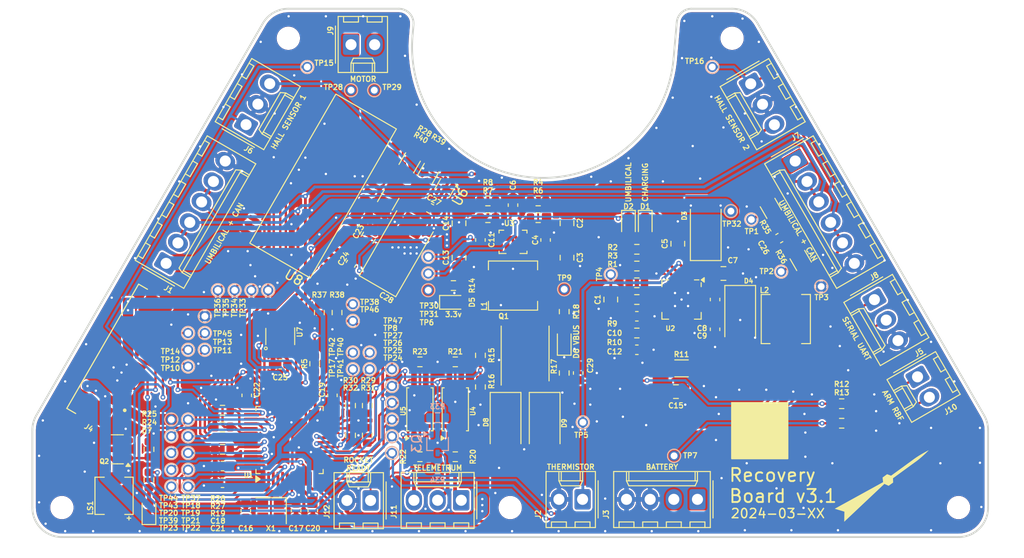
<source format=kicad_pcb>
(kicad_pcb (version 20240108) (generator "pcbnew") (generator_version "8.0")
  (layers (0 "F.Cu" signal) (31 "B.Cu" signal) (34 "B.Paste" user) (35 "F.Paste" user) (36 "B.SilkS" user "B.Silkscreen") (37 "F.SilkS" user "F.Silkscreen") (38 "B.Mask" user) (39 "F.Mask" user) (44 "Edge.Cuts" user))
  (net 0 "")
  (net 1 "/Power/VREF33")
  (net 2 "GND")
  (net 3 "/Power/VUMB")
  (net 4 "Net-(U3-VAUX)")
  (net 5 "Net-(D3-K)")
  (net 6 "Net-(D4-K)")
  (net 7 "Net-(U2-BST)")
  (net 8 "Net-(U2-TMR)")
  (net 9 "Net-(C10-Pad1)")
  (net 10 "+3.3V")
  (net 11 "Net-(C12-Pad1)")
  (net 12 "+BATT")
  (net 13 "Net-(U1-PF0-OSC_IN)")
  (net 14 "Net-(U1-PF1-OSC_OUT)")
  (net 15 "Net-(Q1-G)")
  (net 16 "Net-(D1-K)")
  (net 17 "UMB_~{ON}")
  (net 18 "Net-(D1-A)")
  (net 19 "Net-(D2-A)")
  (net 20 "Net-(D5-A)")
  (net 21 "Net-(D6-A)")
  (net 22 "Net-(D7-A)")
  (net 23 "Net-(D8-K)")
  (net 24 "Net-(J2-Pin_1)")
  (net 27 "/Microcontroller/NRST")
  (net 28 "/Microcontroller/USART2_RX")
  (net 29 "/Microcontroller/USART2_TX")
  (net 30 "VBUS")
  (net 31 "/Microcontroller/AD0")
  (net 32 "/Microcontroller/SWCLK")
  (net 35 "Net-(J4-SWO)")
  (net 36 "Net-(J4-DEBUG-0)")
  (net 37 "Net-(J4-DEBUG-1)")
  (net 38 "/Microcontroller/MOTOR+")
  (net 39 "/Microcontroller/MOTOR-")
  (net 40 "Net-(J4-DEBUG-2)")
  (net 41 "Net-(J4-DEBUG-3)")
  (net 42 "Net-(J12-Pin_1)")
  (net 43 "Net-(U3-L1)")
  (net 44 "Net-(U3-L2)")
  (net 45 "Net-(U2-CSP)")
  (net 46 "Net-(Q2-D)")
  (net 47 "Net-(Q2-G)")
  (net 48 "/Microcontroller/~{ROCKET_READY}")
  (net 49 "Net-(Q3-D)")
  (net 50 "/Power/ARM-IN")
  (net 51 "/Power/ARM-OUT")
  (net 52 "BATT_READ")
  (net 53 "/Microcontroller/BOOT0")
  (net 54 "Net-(U3-VSEL)")
  (net 55 "/Microcontroller/T_DROGUE")
  (net 56 "/Microcontroller/ISO_DROGUE")
  (net 57 "Net-(U3-EN)")
  (net 58 "/Microcontroller/ISO_MAIN")
  (net 59 "Net-(U3-FB)")
  (net 60 "/Microcontroller/HALL1")
  (net 61 "/Microcontroller/HALL2")
  (net 62 "Net-(U2-COMPV)")
  (net 63 "Net-(U2-COMPI)")
  (net 64 "Net-(U4-K)")
  (net 65 "/Microcontroller/CAN_SILENT")
  (net 66 "/Microcontroller/CAN_SHDN")
  (net 67 "/Microcontroller/CAN_RX")
  (net 68 "/Microcontroller/CAN_TX")
  (net 69 "Net-(U5-K)")
  (net 70 "Net-(U1-PB14)")
  (net 71 "Net-(U8-RNFS)")
  (net 72 "Net-(U6-+)")
  (net 73 "/Microcontroller/T_MAIN")
  (net 74 "/Microcontroller/T_VLIPO")
  (net 75 "MOTOR_~{FAILA}")
  (net 76 "CANL")
  (net 77 "CANH")
  (net 78 "MOTOR_~{PS}")
  (net 79 "/Microcontroller/AD1")
  (net 80 "Net-(U6--)")
  (net 81 "+5V")
  (net 82 "Net-(C26-Pad1)")
  (net 83 "/Microcontroller/SWDIO")
  (net 84 "DEPLOY1")
  (net 85 "DEPLOY2")
  (net 86 "MOTOR_ILIM")
  (net 87 "/Microcontroller/MOTOR_VREF")
  (net 88 "MOTOR_ISENSE")
  (net 89 "Net-(U1-PB2)")
  (net 90 "Net-(U1-PB3)")
  (net 91 "Net-(U1-PB8)")
  (net 92 "Net-(U1-PC13)")
  (net 93 "Net-(U1-PC14-OSC32_IN)")
  (net 94 "Net-(U1-PC15-OSC32_OUT)")
  (net 95 "Net-(U3-FB2)")
  (net 96 "Net-(U3-PG)")
  (net 97 "Net-(U1-PB9)")
  (net 98 "Net-(U1-PB12)")
  (net 99 "Net-(U1-PB13)")
  (net 100 "Net-(U1-PA15)")
  (footprint "Resistor_SMD:R_1206_3216Metric" (layer "F.Cu") (at 162.8 92.4 -60)
    (property "Reference" "R35")
    (property "Value" "60.4")
  )
  (footprint "Connector_Molex:Molex_KK-254_AE-6410-04A_1x04_P2.54mm_Vertical" (layer "F.Cu") (at 154.91 123.68 180)
    (property "Reference" "J3")
    (property "Value" "0022-232041")
  )
  (footprint "psas-footprints:J-TE_2-1734592-0" (layer "F.Cu") (at 93.542339 108.675 60)
    (property "Reference" "J4")
    (property "Value" "J-TE-Debug-2-1734592-0")
  )
  (footprint "Capacitor_SMD:C_0603_1608Metric" (layer "F.Cu") (at 110.1 109.15 180)
    (property "Reference" "C25")
    (property "Value" "100n")
  )
  (footprint "Capacitor_SMD:C_0805_2012Metric" (layer "F.Cu") (at 152.8 96.2 90)
    (property "Reference" "C5")
    (property "Value" "10u")
  )
  (footprint "Resistor_SMD:R_0603_1608Metric" (layer "F.Cu") (at 170.4 115.5)
    (property "Reference" "R13")
    (property "Value" "1k")
  )
  (footprint "Package_DFN_QFN:QFN-16-1EP_4x4mm_P0.65mm_EP2.5x2.5mm" (layer "F.Cu") (at 153.2 102.2 -90)
    (property "Reference" "U2")
    (property "Value" "MP26123DR-LF-Z")
  )
  (footprint "psas-footprints:PowerPAK_SO-8_Single" (layer "F.Cu") (at 136.4 108 90)
    (property "Reference" "Q1")
    (property "Value" "SI7465DP-T1-E3")
  )
  (footprint "psas-footprints:TP-through-hole-1X01" (layer "F.Cu") (at 117.9 102.7)
    (property "Reference" "TP38")
    (property "Value" "Test-Point")
  )
  (footprint "LED_SMD:LED_0603_1608Metric" (layer "F.Cu") (at 149.3 94.1 -90)
    (property "Reference" "D1")
    (property "Value" "GRN")
  )
  (footprint "Capacitor_SMD:C_0603_1608Metric" (layer "F.Cu") (at 142.1 110.1 90)
    (property "Reference" "C29")
    (property "Value" "100n")
  )
  (footprint "psas-footprints:TP-through-hole-1X01" (layer "F.Cu") (at 117.9 104.5)
    (property "Reference" "TP46")
    (property "Value" "Test-Point")
  )
  (footprint "Capacitor_Tantalum_SMD:CP_EIA-7343-43_Kemet-X" (layer "F.Cu") (at 122.75 96.95 60)
    (property "Reference" "C28")
    (property "Value" "100u")
  )
  (footprint "psas-footprints:TP-through-hole-1X01" (layer "F.Cu") (at 102 107.6)
    (property "Reference" "TP11")
    (property "Value" "Test-Point")
  )
  (footprint "psas-footprints:TP-through-hole-1X01" (layer "F.Cu") (at 122.1 109.7)
    (property "Reference" "TP47")
    (property "Value" "Test-Point")
  )
  (footprint "Connector_Molex:Molex_KK-254_AE-6410-02A_1x02_P2.54mm_Vertical" (layer "F.Cu") (at 178.547679 110.510148 -60)
    (property "Reference" "J10")
    (property "Value" "0022-232021")
  )
  (footprint "Capacitor_SMD:C_0805_2012Metric" (layer "F.Cu") (at 119.55 95.55 60)
    (property "Reference" "C23")
    (property "Value" "10u")
  )
  (footprint "Capacitor_SMD:C_0603_1608Metric" (layer "F.Cu") (at 138.6 95.8 90)
    (property "Reference" "C4")
    (property "Value" "10u")
  )
  (footprint "Package_QFP:LQFP-48_7x7mm_P0.5mm" (layer "F.Cu") (at 111.1 117.3 90)
    (property "Reference" "U1")
    (property "Value" "STM32F091C")
  )
  (footprint "Resistor_SMD:R_0603_1608Metric" (layer "F.Cu") (at 140.6 110.1 90)
    (property "Reference" "R17")
    (property "Value" "150k")
  )
  (footprint "Resistor_SMD:R_0603_1608Metric" (layer "F.Cu") (at 125.1 108.9 180)
    (property "Reference" "R23")
    (property "Value" "10k")
  )
  (footprint "Connector_Molex:Molex_KK-254_AE-6410-03A_1x03_P2.54mm_Vertical" (layer "F.Cu") (at 106.43 83.399705 60)
    (property "Reference" "J6")
    (property "Value" "0022-232031")
  )
  (footprint "Capacitor_SMD:C_0603_1608Metric" (layer "F.Cu") (at 111.8 124.9 -90)
    (property "Reference" "C17")
    (property "Value" "20p")
  )
  (footprint "Resistor_SMD:R_0603_1608Metric" (layer "F.Cu") (at 96 121.6 -90)
    (property "Reference" "R24")
    (property "Value" "4.7k")
  )
  (footprint "Resistor_SMD:R_0603_1608Metric" (layer "F.Cu") (at 148.4 98.6)
    (property "Reference" "R3")
    (property "Value" "4.7k")
  )
  (footprint "Resistor_SMD:R_1206_3216Metric" (layer "F.Cu") (at 124 87.5 60)
    (property "Reference" "R28")
    (property "Value" "33m")
  )
  (footprint "Resistor_SMD:R_0603_1608Metric" (layer "F.Cu") (at 137.8 93.4 180)
    (property "Reference" "R6")
    (property "Value" "10k")
  )
  (footprint "Crystal:Crystal_SMD_2520-4Pin_2.5x2.0mm" (layer "F.Cu") (at 109.1 124.9 180)
    (property "Reference" "X1")
    (property "Value" "16MHZ-2.5x2mm")
  )
  (footprint "MountingHole:MountingHole_2.2mm_M2" (layer "F.Cu") (at 110.969868 74.112355)
    (property "Reference" "REF**" (hide yes))
    (property "Value" "MountingHole_2.2mm_M2" (hide yes))
  )
  (footprint "Capacitor_SMD:C_0603_1608Metric" (layer "F.Cu") (at 148.4 104)
    (property "Reference" "C10")
    (property "Value" "2.2n")
  )
  (footprint "MountingHole:MountingHole_2.2mm_M2" (layer "F.Cu") (at 182.951438 124.562355)
    (property "Reference" "REF**" (hide yes))
    (property "Value" "MountingHole_2.2mm_M2" (hide yes))
  )
  (footprint "Diode_SMD:D_SMA" (layer "F.Cu") (at 134.3 115.7 -90)
    (property "Reference" "D8")
    (property "Value" "RBR5L30BDDTE25")
  )
  (footprint "Connector_Molex:Molex_KK-254_AE-6410-06A_1x06_P2.54mm_Vertical" (layer "F.Cu") (at 97.842321 98.309262 60)
    (property "Reference" "J1")
    (property "Value" "00222-32051")
  )
  (footprint "Resistor_SMD:R_0603_1608Metric" (layer "F.Cu") (at 103.9 114.1 180)
    (property "Reference" "R26")
    (property "Value" "10k")
  )
  (footprint "Connector_Molex:Molex_KK-254_AE-6410-03A_1x03_P2.54mm_Vertical" (layer "F.Cu") (at 173.91268 102.210296 -60)
    (property "Reference" "J5")
    (property "Value" "0022-232031")
  )
  (footprint "psas-footprints:TP-through-hole-1X01" (layer "F.Cu") (at 113 77.2)
    (property "Reference" "TP15")
    (property "Value" "Test-Point")
  )
  (footprint "Package_TO_SOT_SMD:SOT-23" (layer "F.Cu") (at 92.6 118.3 180)
    (property "Reference" "Q2")
    (property "Value" "BSS123")
  )
  (footprint "Resistor_SMD:R_1206_3216Metric" (layer "F.Cu") (at 166 98 -60)
    (property "Reference" "R36")
    (property "Value" "60.4")
  )
  (footprint "psas-footprints:TP-through-hole-1X01" (layer "F.Cu") (at 156.5 77.2)
    (property "Reference" "TP16")
    (property "Value" "Test-Point")
  )
  (footprint "psas-footprints:TP-through-hole-1X01" (layer "F.Cu") (at 117.7 79.7)
    (property "Reference" "TP28")
    (property "Value" "Test-Point")
  )
  (footprint "psas-footprints:TP-through-hole-1X01" (layer "F.Cu") (at 100.2 109.4)
    (property "Reference" "TP10")
    (property "Value" "Test-Point")
  )
  (footprint "Package_SO:SOP-4_4.4x2.6mm_P1.27mm" (layer "F.Cu") (at 125.1 114 90)
    (property "Reference" "U5")
    (property "Value" "TCMT1107")
  )
  (footprint "Capacitor_SMD:C_0603_1608Metric" (layer "F.Cu") (at 106.5 112.5 90)
    (property "Reference" "C22")
    (property "Value" "100n")
  )
  (footprint "Resistor_SMD:R_1206_3216Metric" (layer "F.Cu") (at 126 88.65 -120)
    (property "Reference" "R39")
    (property "Value" "33m")
  )
  (footprint "Capacitor_SMD:C_0603_1608Metric" (layer "F.Cu") (at 113.6 124.9 -90)
    (property "Reference" "C20")
    (property "Value" "100n")
  )
  (footprint "Capacitor_SMD:C_0603_1608Metric" (layer "F.Cu") (at 156.8 105.4 -90)
    (property "Reference" "C9")
    (property "Value" "100n")
  )
  (footprint "Resistor_SMD:R_1206_3216Metric" (layer "F.Cu") (at 153.2 109.6 180)
    (property "Reference" "R11")
    (property "Value" "100m")
  )
  (footprint "Connector_Molex:Molex_KK-254_AE-6410-06A_1x06_P2.54mm_Vertical" (layer "F.Cu") (at 165.40768 87.310739 -60)
    (property "Reference" "J8")
    (property "Value" "00222-32051")
  )
  (footprint "Capacitor_SMD:C_0805_2012Metric" (layer "F.Cu") (at 140.9 94 90)
    (property "Reference" "C2")
    (property "Value" "10u")
  )
  (footprint "psas-footprints:TP-through-hole-1X01" (layer "F.Cu") (at 119.7 109.7)
    (property "Reference" "TP41")
    (property "Value" "Test-Point")
  )
  (footprint "psas-footprints:U-BD63150AFM" (layer "F.Cu") (at 114.7 90 -120)
    (property "Reference" "U8")
    (property "Value" "BDS63150AFM-E2")
  )
  (footprint "Resistor_SMD:R_0603_1608Metric" (layer "F.Cu") (at 148.4 105.8 180)
    (property "Reference" "R10")
    (property "Value" "750")
  )
  (footprint "psas-footprints:TP-through-hole-1X01" (layer "F.Cu") (at 103.4 101.2)
    (property "Reference" "TP36")
    (property "Value" "Test-Point")
  )
  (footprint "psas-footprints:TP-through-hole-1X01" (layer "F.Cu") (at 126 99.4)
    (property "Reference" "TP31")
    (property "Value" "Test-Point")
  )
  (footprint "psas-footprints:TP-through-hole-1X01" (layer "F.Cu") (at 100.2 116.9)
    (property "Reference" "TP18")
    (property "Value" "Test-Point")
  )
  (footprint "Capacitor_SMD:C_0603_1608Metric" (layer "F.Cu") (at 156.8 102.2 -90)
    (property "Reference" "C8")
    (property "Value" "100n")
  )
  (footprint "MountingHole:MountingHole_2.2mm_M2" (layer "F.Cu") (at 86.648561 124.562355)
    (property "Reference" "REF**" (hide yes))
    (property "Value" "MountingHole_2.2mm_M2" (hide yes))
  )
  (footprint "psas-footprints:TP-through-hole-1X01" (layer "F.Cu") (at 98.4 116.9)
    (property "Reference" "TP43")
    (property "Value" "Test-Point")
  )
  (footprint "psas-footprints:TP-through-hole-1X01" (layer "F.Cu") (at 126 101.2)
    (property "Reference" "TP6")
    (property "Value" "Test-Point")
  )
  (footprint "psas-footprints:TP-through-hole-1X01" (layer "F.Cu") (at 98.4 122.3)
    (property "Reference" "TP23")
    (property "Value" "Test-Point")
  )
  (footprint "Capacitor_SMD:C_0603_1608Metric" (layer "F.Cu") (at 106.4 124.9 90)
    (property "Reference" "C16")
    (property "Value" "20p")
  )
  (footprint "Resistor_SMD:R_0603_1608Metric" (layer "F.Cu") (at 114.3 103.6 -90)
    (property "Reference" "R38")
    (property "Value" "10k")
  )
  (footprint "psas-footprints:TP-through-hole-1X01" (layer "F.Cu") (at 145.6 99.5)
    (property "Reference" "TP4")
    (property "Value" "Test-Point")
  )
  (footprint "Connector_Molex:Molex_KK-254_AE-6410-02A_1x02_P2.54mm_Vertical" (layer "F.Cu") (at 142.57 123.68 180)
    (property "Reference" "J2")
    (property "Value" "0022-232021")
  )
  (footprint "psas-footprints:TP-through-hole-1X01" (layer "F.Cu") (at 98.4 115.1)
    (property "Reference" "TP44")
    (property "Value" "Test-Point")
  )
  (footprint "psas-graphics:PSAS_LOGO_10X10" (layer "F.Cu") (at 175 121.9)
    (property "Reference" "LOGO1" (hide yes))
    (property "Value" "PSAS LOGO" (hide yes))
  )
  (footprint "psas-footprints:TP-through-hole-1X01" (layer "F.Cu") (at 160.7 93.6)
    (property "Reference" "TP1")
    (property "Value" "Test-Point")
  )
  (footprint "psas-footprints:TP-through-hole-1X01" (layer "F.Cu") (at 100.2 115.1)
    (property "Reference" "TP37")
    (property "Value" "Test-Point")
  )
  (footprint "LED_SMD:LED_0603_1608Metric" (layer "F.Cu") (at 147.5 94.1 -90)
    (property "Reference" "D2")
    (property "Value" "GRN")
  )
  (footprint "psas-footprints:TP-through-hole-1X01" (layer "F.Cu") (at 100.2 122.3)
    (property "Reference" "TP22")
    (property "Value" "Test-Point")
  )
  (footprint "psas-footprints:TP-through-hole-1X01" (layer "F.Cu") (at 119.7 107.9)
    (property "Reference" "TP40")
    (property "Value" "Test-Point")
  )
  (footprint "psas-footprints:U-TI-TPS63070" (layer "F.Cu") (at 135.1 96 180)
    (property "Reference" "U3")
    (property "Value" "TPS63070")
  )
  (footprint "psas-footprints:TP-through-hole-1X01" (layer "F.Cu") (at 102 105.8)
    (property "Reference" "TP13")
    (property "Value" "Test-Point")
  )
  (footprint "Capacitor_SMD:C_0805_2012Metric" (layer "F.Cu") (at 129.3 94 90)
    (property "Reference" "C14")
    (property "Value" "22u")
  )
  (footprint "psas-footprints:TP-through-hole-1X01" (layer "F.Cu") (at 122.1 118.7)
    (property "Reference" "TP24")
    (property "Value" "Test-Point")
  )
  (footprint "Capacitor_SMD:C_0603_1608Metric" (layer "F.Cu") (at 115.7 112.5 90)
    (property "Reference" "C19")
    (property "Value" "100n")
  )
  (footprint "psas-footprints:TP-through-hole-1X01" (layer "F.Cu") (at 122.1 115.1)
    (property "Reference" "TP26")
    (property "Value" "Test-Point")
  )
  (footprint "Diode_SMD:D_SMA" (layer "F.Cu") (at 138.5 115.7 -90)
    (property "Reference" "D9")
    (property "Value" "RBR5L30BDDTE25")
  )
  (footprint "Resistor_SMD:R_1206_3216Metric" (layer "F.Cu") (at 121.7 91.5 -120)
    (property "Reference" "R40")
    (property "Value" "33m")
  )
  (footprint "psas-footprints:TP-through-hole-1X01" (layer "F.Cu") (at 108.8 101.2)
    (property "Reference" "TP33")
    (property "Value" "Test-Point")
  )
  (footprint "Resistor_SMD:R_0603_1608Metric" (layer "F.Cu") (at 148.4 102.2 180)
    (property "Reference" "R9")
    (property "Value" "2.4k")
  )
  (footprint "Capacitor_SMD:C_0603_1608Metric" (layer "F.Cu") (at 103.9 120.1 180)
    (property "Reference" "C18")
    (property "Value" "100n")
  )
  (footprint "psas-footprints:TP-through-hole-1X01" (layer "F.Cu") (at 100.2 120.5)
    (property "Reference" "TP21")
    (property "Value" "Test-Point")
  )
  (footprint "psas-footprints:TP-through-hole-1X01" (layer "F.Cu") (at 158.5 92.7)
    (property "Reference" "TP32")
    (property "Value" "Test-Point")
  )
  (footprint "Connector_Molex:Molex_KK-254_AE-6410-02A_1x02_P2.54mm_Vertical" (layer "F.Cu") (at 119.8 123.8 180)
    (property "Reference" "J12")
    (property "Value" "0022-232021")
  )
  (footprint "Capacitor_SMD:C_0603_1608Metric" (layer "F.Cu") (at 117.7 98.35 -120)
    (property "Reference" "C24")
    (property "Value" "100n")
  )
  (footprint "Resistor_SMD:R_0603_1608Metric" (layer "F.Cu") (at 103.9 118.3 180)
    (property "Reference" "R19")
    (property "Value" "10k")
  )
  (footprint "psas-footprints:TP-through-hole-1X01" (layer "F.Cu") (at 140.6 101.1)
    (property "Reference" "TP9")
    (property "Value" "Test-Point")
  )
  (footprint "psas-footprints:TP-through-hole-1X01" (layer "F.Cu") (at 117.9 109.7)
    (property "Reference" "TP17")
    (property "Value" "Test-Point")
  )
  (footprint "Capacitor_SMD:C_0603_1608Metric" (layer "F.Cu") (at 126.2 92.4 150)
    (property "Reference" "C27")
    (property "Value" "100n")
  )
  (footprint "Resistor_SMD:R_0603_1608Metric" (layer "F.Cu") (at 117.65 116.8 -90)
    (property "Reference" "R32")
    (property "Value" "NP")
  )
  (footprint "Resistor_SMD:R_0603_1608Metric" (layer "F.Cu") (at 116.2 103.6 90)
    (property "Reference" "R37")
    (property "Value" "10k")
  )
  (footprint "Package_SO:SOP-4_4.4x2.6mm_P1.27mm" (layer "F.Cu") (at 128.9 114 90)
    (property "Reference" "U4")
    (property "Value" "TCMT1107")
  )
  (footprint "Resistor_SMD:R_0603_1608Metric" (layer "F.Cu") (at 96 118.3 90)
    (property "Reference" "R25")
    (property "Value" "10k")
  )
  (footprint "Capacitor_SMD:C_0805_2012Metric" (layer "F.Cu") (at 152.6 112.1)
    (property "Reference" "C15")
    (property "Value" "22u")
  )
  (footprint "psas-footprints:SMT-0440-S-R" (layer "F.Cu") (at 92.3 123.3 90)
    (property "Reference" "LS1")
    (property "Value" "SMT-0440-S-R")
  )
  (footprint "Inductor_SMD:L_Vishay_IHLP-2020" (layer "F.Cu") (at 164.4 104.3 -90)
    (property "Reference" "L2")
    (property "Value" "4.7uH")
  )
  (footprint "Package_TO_SOT_SMD:SOT-563" (layer "F.Cu") (at 127.8 90.2 -120)
    (property "Reference" "U6")
    (property "Value" "INA185A1")
  )
  (footprint "Capacitor_SMD:C_0603_1608Metric" (layer "F.Cu") (at 103.9 121.9 180)
    (property "Reference" "C21")
    (property "Value" "100n")
  )
  (footprint "psas-footprints:TP-through-hole-1X01" (layer "F.Cu") (at 142.6 115.4)
    (property "Reference" "TP5")
    (property "Value" "Test-Point")
  )
  (footprint "psas-footprints:TP-through-hole-1X01" (layer "F.Cu") (at 122.1 116.9)
    (property "Reference" "TP25")
    (property "Value" "Test-Point")
  )
  (footprint "Capacitor_SMD:C_0805_2012Metric" (layer "F.Cu") (at 129.3 97.7 -90)
    (property "Reference" "C13")
    (property "Value" "22u")
  )
  (footprint "psas-footprints:TP-through-hole-1X01" (layer "F.Cu") (at 117.9 107.9)
    (property "Reference" "TP42")
    (property "Value" "Test-Point")
  )
  (footprint "Resistor_SMD:R_0603_1608Metric" (layer "F.Cu") (at 131.6 111.6 -90)
    (property "Reference" "R16")
    (property "Value" "10k")
  )
  (footprint "Capacitor_SMD:C_0805_2012Metric" (layer "F.Cu") (at 140.9 97.7 -90)
    (property "Reference" "C3")
    (property "Value" "10u")
  )
  (footprint "Resistor_SMD:R_0603_1608Metric" (layer "F.Cu") (at 132.4 91.6 180)
    (property "Reference" "R8")
    (property "Value" "150k")
  )
  (footprint "Resistor_SMD:R_0603_1608Metric" (layer "F.Cu") (at 103.9 115.9 180)
    (property "Reference" "R27")
    (property "Value" "10k")
  )
  (footprint "Resistor_SMD:R_0603_1608Metric" (layer "F.Cu") (at 119.45 113.6 -90)
    (property "Reference" "R29")
    (property "Value" "NP")
  )
  (footprint "Connector_Molex:Molex_KK-254_AE-6410-03A_1x03_P2.54mm_Vertical" (layer "F.Cu") (at 129.54 123.78 180)
    (property "Reference" "J11")
    (property "Value" "0022-232031")
  )
  (footprint "Capacitor_SMD:C_0805_2012Metric" (layer "F.Cu") (at 145.6 102.2 -90)
    (property "Reference" "C1")
    (property "Value" "10u")
  )
  (footprint "psas-footprints:TP-through-hole-1X01" (layer "F.Cu") (at 102 104)
    (property "Reference" "TP45")
    (property "Value" "Test-Point")
  )
  (footprint "Capacitor_SMD:C_0603_1608Metric" (layer "F.Cu") (at 135.1 92.05 90)
    (property "Reference" "C6")
    (property "Value" "100n")
  )
  (footprint "Resistor_SMD:R_0603_1608Metric" (layer "F.Cu") (at 132.4 93.4)
    (property "Reference" "R7")
    (property "Value" "470k")
  )
  (footprint "Resistor_SMD:R_0603_1608Metric" (layer "F.Cu") (at 140.6 103.5 -90)
    (property "Reference" "R18")
    (property "Value" "10k")
  )
  (footprint "psas-footprints:TP-through-hole-1X01" (layer "F.Cu") (at 100.2 118.7)
    (property "Reference" "TP19")
    (property "Value" "Test-Point")
  )
  (footprint "Resistor_SMD:R_0603_1608Metric" (layer "F.Cu") (at 128.9 119.1 180)
    (property "Reference" "R20")
    (property "Value" "51")
  )
  (footprint "Capacitor_SMD:C_0805_2012Metric" (layer "F.Cu") (at 157.7 99.4)
    (property "Reference" "C7")
    (property "Value" "10u")
  )
  (footprint "Diode_SMD:D_SMA" (layer "F.Cu") (at 159.5 104.2 -90)
    (property "Reference" "D4")
    (property "Value" "RBR5L30BDDTE25")
  )
  (footprint "psas-footprints:TP-through-hole-1X01" (layer "F.Cu") (at 98.4 118.7)
    (property "Reference" "TP20")
    (property "Value" "Test-Point")
  )
  (footprint "Connector_Molex:Molex_KK-254_AE-6410-02A_1x02_P2.54mm_Vertical" (layer "F.Cu") (at 117.7 74.8)
    (property "Reference" "J9")
    (property "Value" "0022-232021")
  )
  (footprint "LED_SMD:LED_0603_1608Metric" (layer "F.Cu") (at 140.6 106.7 90)
    (property "Reference" "D6")
    (property "Value" "GRN")
  )
  (footprint "LED_SMD:LED_0603_1608Metric" (layer "F.Cu") (at 96 124.9 90)
    (property "Reference" "D7")
    (property "Value" "GRN")
  )
  (footprint "Diode_SMD:D_SMA" (layer "F.Cu") (at 155.8 94.5 90)
    (property "Reference" "D3")
    (property "Value" "RBR5L30BDDTE25")
  )
  (footprint "Resistor_SMD:R_0603_1608Metric" (layer "F.Cu") (at 148.4 96.8)
    (property "Reference" "R2")
    (property "Value" "4.7k")
  )
  (footprint "Resistor_SMD:R_0603_1608Metric" (layer "F.Cu") (at 119.45 116.8 90)
    (property "Reference" "R31")
    (property "Value" "NP")
  )
  (footprint "psas-footprints:TP-through-hole-1X01" (layer "F.Cu") (at 122.1 113.3)
    (property "Reference" "TP27")
    (property "Value" "Test-Point")
  )
  (footprint "psas-footprints:TP-through-hole-1X01" (layer "F.Cu") (at 105.2 101.2)
    (property "Reference" "TP35")
    (property "Value" "Test-Point")
  )
  (footprint "psas-footprints:TP-through-hole-1X01" (layer "F.Cu") (at 122.1 111.5)
    (property "Reference" "TP8")
    (property "Value" "Test-Point")
  )
  (footprint "Resistor_SMD:R_0603_1608Metric" (layer "F.Cu") (at 128.9 108.9 180)
    (property "Reference" "R21")
    (property "Value" "10k")
  )
  (footprint "psas-footprints:TP-through-hole-1X01" (layer "F.Cu") (at 163.9 99.2)
    (property "Reference" "TP2")
    (property "Value" "Test-Point")
  )
  (footprint "psas-footprints:TP-through-hole-1X01" (layer "F.Cu") (at 100.2 107.6)
    (property "Reference" "TP12")
    (property "Value" "Test-Point")
  )
  (footprint "Resistor_SMD:R_0603_1608Metric" (layer "F.Cu") (at 170.4 113.4 180)
    (property "Reference" "R12")
    (property "Value" "1k")
  )
  (footprint "Resistor_SMD:R_0603_1608Metric" (layer "F.Cu") (at 117.65 113.6 90)
    (property "Reference" "R30")
    (property "Value" "NP")
  )
  (footprint "Inductor_SMD:L_Vishay_IHLP-2020" (layer "F.Cu") (at 135.1 100.7 180)
    (property "Reference" "L1")
    (property "Value" "1.5uH")
  )
  (footprint "MountingHole:MountingHole_2.2mm_M2" (layer "F.Cu") (at 134.8 124.562355)
    (property "Reference" "REF**" (hide yes))
    (property "Value" "MountingHole_2.2mm_M2" (hide yes))
  )
  (footprint "Resistor_SMD:R_0603_1608Metric" (layer "F.Cu") (at 137.8 91.6)
    (property "Reference" "R4")
    (property "Value" "10k")
  )
  (footprint "MountingHole:MountingHole_2.2mm_M2" (layer "F.Cu") (at 158.630132 74.112355)
    (property "Reference" "REF**" (hide yes))
    (property "Value" "MountingHole_2.2mm_M2" (hide yes))
  )
  (footprint "psas-footprints:SOT23-8" (layer "F.Cu") (at 110.1 106.15)
    (property "Reference" "U7")
    (property "Value" "TCAN330")
  )
  (footprint "psas-footprints:TP-through-hole-1X01" (layer "F.Cu") (at 98.4 120.5)
    (property "Reference" "TP39")
    (property "Value" "Test-Point")
  )
  (footprint "LED_SMD:LED_0603_1608Metric" (layer "F.Cu") (at 128.7 102.5)
    (property "Reference" "D5")
    (property "Value" "GRN")
  )
  (footprint "psas-footprints:TP-through-hole-1X01" (layer "F.Cu") (at 107 101.2)
    (property "Reference" "TP34")
    (property "Value" "Test-Point")
  )
  (footprint "Resistor_SMD:R_0603_1608Metric" (layer "F.Cu") (at 128.7 100.7)
    (property "Reference" "R14")
    (property "Value" "4.7k")
  )
  (footprint "Connector_Molex:Molex_KK-254_AE-6410-03A_1x03_P2.54mm_Vertical" (layer "F.Cu") (at 160.63 79.010296 -60)
    (property "Reference" "J7")
    (property "Value" "0022-232031")
  )
  (footprint "Capacitor_SMD:C_0603_1608Metric" (layer "F.Cu") (at 148.4 107.6)
    (property "Reference" "C12")
    (property "Value" "2.2n")
  )
  (footprint "Resistor_SMD:R_0603_1608Metric" (layer "F.Cu") (at 113.8 109.1 -90)
    (property "Reference" "R5")
    (property "Value" "10k")
  )
  (footprint "Resistor_SMD:R_0603_1608Metric" (layer "F.Cu") (at 131.6 108.2 -90)
    (property "Reference" "R15")
    (property "Value" "33k")
  )
  (footprint "psas-footprints:TP-through-hole-1X01" (layer "F.Cu") (at 100.2 105.8)
    (property "Reference" "TP14")
    (property "Value" "Test-Point")
  )
  (footprint "Resistor_SMD:R_0603_1608Metric" (layer "F.Cu") (at 148.4 100.4)
    (property "Reference" "R1")
    (property "Value" "10k")
  )
  (footprint "psas-footprints:TP-through-hole-1X01" (layer "F.Cu") (at 152.4 119)
    (property "Reference" "TP7")
    (property "Value" "Test-Point")
  )
  (footprint "psas-footprints:TP-through-hole-1X01" (layer "F.Cu") (at 168.2 100.8)
    (property "Reference" "TP3")
    (property "Value" "Test-Point")
  )
  (footprint "Capacitor_SMD:C_0603_1608Metric" (layer "F.Cu") (at 163.7 95.6 -150)
    (property "Reference" "C26")
    (property "Value" "1n")
  )
  (footprint "Resistor_SMD:R_0603_1608Metric" (layer "F.Cu") (at 125.1 119.1 180)
    (property "Reference" "R22")
    (property "Value" "51")
  )
  (footprint "psas-footprints:TP-through-hole-1X01" (layer "F.Cu") (at 120.2 79.7)
    (property "Reference" "TP29")
    (property "Value" "Test-Point")
  )
  (footprint "Capacitor_SMD:C_0603_1608Metric" (layer "F.Cu") (at 131.6 95.8 90)
    (property "Reference" "C11")
    (property "Value" "10u")
  )
  (footprint "psas-footprints:TP-through-hole-1X01" (layer "F.Cu") (at 126 97.6)
    (property "Reference" "TP30")
    (property "Value" "Test-Point")
  )
  (footprint "Resistor_SMD:R_0603_1608Metric" (layer "B.Cu") (at 127 120.4 180)
    (property "Reference" "R34")
    (property "Value" "10")
  )
  (footprint "Package_TO_SOT_SMD:SOT-323_SC-70" (layer "B.Cu") (at 127 117.7 -90)
    (property "Reference" "Q3")
    (property "Value" "PMF170XP")
  )
  (footprint "Resistor_SMD:R_0603_1608Metric" (layer "B.Cu") (at 127 114.9)
    (property "Reference" "R33")
    (property "Value" "10k")
  )
  (gr_rect (start 158.6 113.3) (end 164.6 119.3) (stroke (width 0.15)) (fill solid) (layer "F.SilkS"))
  (gr_line (start 108.220237 72.524855) (end 83.89893 114.650594) (stroke (width 0.2)) (layer "Edge.Cuts"))
  (gr_arc (start 152.344723 76.280063) (mid 137.102486 89.069818) (end 124.312732 73.827582) (stroke (width 0.2)) (layer "Edge.Cuts"))
  (gr_line (start 186.126439 124.562355) (end 186.126439 116.238094) (stroke (width 0.2)) (layer "Edge.Cuts"))
  (gr_line (start 122.833142 70.937355) (end 110.969868 70.937355) (stroke (width 0.2)) (layer "Edge.Cuts"))
  (gr_arc (start 158.630132 70.937355) (mid 160.217632 71.362724) (end 161.379763 72.524855) (stroke (width 0.2)) (layer "Edge.Cuts"))
  (gr_line (start 124.4146 72.663215) (end 124.312732 73.827582) (stroke (width 0.2)) (layer "Edge.Cuts"))
  (gr_arc (start 86.648562 127.737355) (mid 84.403495 126.807419) (end 83.473561 124.562355) (stroke (width 0.2)) (layer "Edge.Cuts"))
  (gr_line (start 83.473561 124.562355) (end 83.473561 116.238094) (stroke (width 0.2)) (layer "Edge.Cuts"))
  (gr_arc (start 122.833142 70.937355) (mid 124.003569 71.452356) (end 124.4146 72.663215) (stroke (width 0.2)) (layer "Edge.Cuts"))
  (gr_line (start 152.685366 72.386495) (end 152.344723 76.280063) (stroke (width 0.2)) (layer "Edge.Cuts"))
  (gr_arc (start 83.473561 116.238094) (mid 83.581736 115.416339) (end 83.89893 114.650594) (stroke (width 0.2)) (layer "Edge.Cuts"))
  (gr_arc (start 185.70107 114.650593) (mid 186.018254 115.416343) (end 186.126439 116.238094) (stroke (width 0.2)) (layer "Edge.Cuts"))
  (gr_line (start 86.648562 127.737355) (end 182.951439 127.737355) (stroke (width 0.2)) (layer "Edge.Cuts"))
  (gr_arc (start 186.126439 124.562355) (mid 185.196503 126.80742) (end 182.951439 127.737355) (stroke (width 0.2)) (layer "Edge.Cuts"))
  (gr_arc (start 108.220237 72.524855) (mid 109.382368 71.362724) (end 110.969868 70.937355) (stroke (width 0.2)) (layer "Edge.Cuts"))
  (gr_line (start 158.630132 70.937355) (end 154.266824 70.937355) (stroke (width 0.2)) (layer "Edge.Cuts"))
  (gr_line (start 161.379763 72.524855) (end 185.70107 114.650593) (stroke (width 0.2)) (layer "Edge.Cuts"))
  (gr_arc (start 152.685366 72.386495) (mid 153.194325 71.354428) (end 154.266824 70.937355) (stroke (width 0.2)) (layer "Edge.Cuts"))
  (gr_text "HALL SENSOR 1" (at 111 83.1 60) (layer "F.SilkS") (effects (font (size 0.56 0.56) (thickness 0.12))))
  (gr_text "VBUS" (at 141.9 106 90) (layer "F.SilkS") (effects (font (size 0.56 0.56) (thickness 0.12))))
  (gr_text "ROCKET\nREADY" (at 118.5 119.9 0) (layer "F.SilkS") (effects (font (size 0.56 0.56) (thickness 0.12))))
  (gr_text "UMBILICAL + CAN" (at 104.1 95.1 60) (layer "F.SilkS") (effects (font (size 0.56 0.56) (thickness 0.12))))
  (gr_text "TELEMETRUM" (at 127 120.3 0) (layer "F.SilkS") (effects (font (size 0.56 0.56) (thickness 0.12))))
  (gr_text "CHARGING" (at 149.3 89.6 90) (layer "F.SilkS") (effects (font (size 0.56 0.56) (thickness 0.12))))
  (gr_text "UMBILICAL" (at 147.5 89.6 90) (layer "F.SilkS") (effects (font (size 0.56 0.56) (thickness 0.12))))
  (gr_text "HALL SENSOR 2" (at 158.6 83.2 300) (layer "F.SilkS") (effects (font (size 0.56 0.56) (thickness 0.12))))
  (gr_text "THERMISTOR" (at 141.3 120.2 0) (layer "F.SilkS") (effects (font (size 0.56 0.56) (thickness 0.12))))
  (gr_text "MOTOR" (at 119 78.5 0) (layer "F.SilkS") (effects (font (size 0.56 0.56) (thickness 0.12))))
  (gr_text "3.3v" (at 128.7 103.8 0) (layer "F.SilkS") (effects (font (size 0.56 0.56) (thickness 0.12))))
  (gr_text "2024-03-XX" (at 158.4 125.2 0) (layer "F.SilkS") (effects (font (size 1 1)) (justify left)))
  (gr_text "Recovery \nBoard v3.1" (at 158.2 122.2 0) (layer "F.SilkS") (effects (font (size 1.4 1.4) (thickness 0.2)) (justify left)))
  (gr_text "ARM RBF" (at 175.9 113.6 -60) (layer "F.SilkS") (effects (font (size 0.56 0.56) (thickness 0.12))))
  (gr_text "BATTERY" (at 151.1 120.2 0) (layer "F.SilkS") (effects (font (size 0.56 0.56) (thickness 0.12))))
  (gr_text "UMBILICAL + CAN" (at 165.7 94.8 300) (layer "F.SilkS") (effects (font (size 0.56 0.56) (thickness 0.12))))
  (gr_text "SERIAL UART" (at 172 106.4 300) (layer "F.SilkS") (effects (font (size 0.56 0.56) (thickness 0.12))))
  (segment (start 147.575 98.6) (end 147.575 96.8) (width 0.3) (layer "F.Cu") (net 1))
  (segment (start 145.6 101.25) (end 145.6 99.5) (width 0.3) (layer "F.Cu") (net 1))
  (segment (start 147.575 100.4) (end 147.575 98.6) (width 0.3) (layer "F.Cu") (net 1))
  (segment (start 147.725 101.225) (end 145.625 101.225) (width 0.3) (layer "F.Cu") (net 1))
  (segment (start 147.575 101.075) (end 147.575 100.4) (width 0.3) (layer "F.Cu") (net 1))
  (segment (start 147.725 101.225) (end 147.575 101.075) (width 0.3) (layer "F.Cu") (net 1))
  (segment (start 150.275 102.275) (end 150.525 102.525) (width 0.3) (layer "F.Cu") (net 1))
  (segment (start 150.275 101.225) (end 147.725 101.225) (width 0.3) (layer "F.Cu") (net 1))
  (segment (start 150.525 102.525) (end 151.2625 102.525) (width 0.3) (layer "F.Cu") (net 1))
  (segment (start 151.2625 101.225) (end 150.275 101.225) (width 0.3) (layer "F.Cu") (net 1))
  (segment (start 150.275 101.225) (end 150.275 102.275) (width 0.3) (layer "F.Cu") (net 1))
  (segment (start 145.625 101.225) (end 145.6 101.25) (width 0.3) (layer "F.Cu") (net 1))
  (segment (start 109.775 107.45) (end 109.775 108.075) (width 0.3) (layer "F.Cu") (net 2))
  (segment (start 109.325 108.525) (end 109.325 109.15) (width 0.3) (layer "F.Cu") (net 2))
  (segment (start 152.125 101.875) (end 152.5 101.5) (width 0.3) (layer "F.Cu") (net 2))
  (segment (start 109.775 108.075) (end 109.325 108.525) (width 0.3) (layer "F.Cu") (net 2))
  (segment (start 154.175 103.175) (end 153.9 102.9) (width 0.3) (layer "F.Cu") (net 2))
  (segment (start 134.35 95.55) (end 135.1 95.8) (width 0.2) (layer "F.Cu") (net 2))
  (segment (start 154.175 104.1375) (end 154.175 103.175) (width 0.3) (layer "F.Cu") (net 2))
  (segment (start 134.35 95.55) (end 134.35 94.85) (width 0.2) (layer "F.Cu") (net 2))
  (segment (start 135.1 97.9) (end 135.1 97.2) (width 0.2) (layer "F.Cu") (net 2))
  (segment (start 151.2625 101.875) (end 152.125 101.875) (width 0.3) (layer "F.Cu") (net 2))
  (via (at 120 127.1) (size 0.508) (drill 0.254) (layers "F.Cu" "B.Cu") (net 2))
  (via (at 93.5 116.1) (size 0.508) (drill 0.254) (layers "F.Cu" "B.Cu") (net 2))
  (via (at 116.1 108.5) (size 0.508) (drill 0.254) (layers "F.Cu" "B.Cu") (net 2))
  (via (at 114.95 124.8) (size 0.508) (drill 0.254) (layers "F.Cu" "B.Cu") (net 2))
  (via (at 113.4 118.6) (size 0.508) (drill 0.254) (layers "F.Cu" "B.Cu") (net 2))
  (via (at 124.1 96.6) (size 0.508) (drill 0.254) (layers "F.Cu" "B.Cu") (net 2))
  (via (at 139.5 95) (size 0.508) (drill 0.254) (layers "F.Cu" "B.Cu") (net 2))
  (via (at 92 102) (size 0.508) (drill 0.254) (layers "F.Cu" "B.Cu") (net 2))
  (via (at 133.6 108.7) (size 0.508) (drill 0.254) (layers "F.Cu" "B.Cu") (net 2))
  (via (at 114.1 100.5) (size 0.508) (drill 0.254) (layers "F.Cu" "B.Cu") (net 2))
  (via (at 130.9 98.7) (size 0.508) (drill 0.254) (layers "F.Cu" "B.Cu") (net 2))
  (via (at 107.7 106.1) (size 0.508) (drill 0.254) (layers "F.Cu" "B.Cu") (net 2))
  (via (at 109.4 117) (size 0.508) (drill 0.254) (layers "F.Cu" "B.Cu") (net 2))
  (via (at 99.25 89.5) (size 0.508) (drill 0.254) (layers "F.Cu" "B.Cu") (net 2))
  (via (at 143.4 113.5) (size 0.508) (drill 0.254) (layers "F.Cu" "B.Cu") (net 2))
  (via (at 111 71.75) (size 0.508) (drill 0.254) (layers "F.Cu" "B.Cu") (net 2))
  (via (at 171.1 109.8) (size 0.508) (drill 0.254) (layers "F.Cu" "B.Cu") (net 2))
  (via (at 166.5 119.1) (size 0.508) (drill 0.254) (layers "F.Cu" "B.Cu") (net 2))
  (via (at 161.2 99.8) (size 0.508) (drill 0.254) (layers "F.Cu" "B.Cu") (net 2))
  (via (at 114.85 83.3) (size 0.508) (drill 0.254) (layers "F.Cu" "B.Cu") (net 2))
  (via (at 149.4 115.7) (size 0.508) (drill 0.254) (layers "F.Cu" "B.Cu") (net 2))
  (via (at 160.2 119.8) (size 0.508) (drill 0.254) (layers "F.Cu" "B.Cu") (net 2))
  (via (at 172.75 94) (size 0.508) (drill 0.254) (layers "F.Cu" "B.Cu") (net 2))
  (via (at 101.9 120.1) (size 0.508) (drill 0.254) (layers "F.Cu" "B.Cu") (net 2))
  (via (at 94.7 123) (size 0.508) (drill 0.254) (layers "F.Cu" "B.Cu") (net 2))
  (via (at 133.8 102.8) (size 0.508) (drill 0.254) (layers "F.Cu" "B.Cu") (net 2))
  (via (at 92.2 109.5) (size 0.508) (drill 0.254) (layers "F.Cu" "B.Cu") (net 2))
  (via (at 153.6 113.5) (size 0.508) (drill 0.254) (layers "F.Cu" "B.Cu") (net 2))
  (via (at 122.1 124.6) (size 0.508) (drill 0.254) (layers "F.Cu" "B.Cu") (net 2))
  (via (at 180 106.75) (size 0.508) (drill 0.254) (layers "F.Cu" "B.Cu") (net 2))
  (via (at 100 127.1) (size 0.508) (drill 0.254) (layers "F.Cu" "B.Cu") (net 2))
  (via (at 124 114.1) (size 0.508) (drill 0.254) (layers "F.Cu" "B.Cu") (net 2))
  (via (at 92.6 110.9) (size 0.508) (drill 0.254) (layers "F.Cu" "B.Cu") (net 2))
  (via (at 147.5 87) (size 0.508) (drill 0.254) (layers "F.Cu" "B.Cu") (net 2))
  (via (at 89.1 120.7) (size 0.508) (drill 0.254) (layers "F.Cu" "B.Cu") (net 2))
  (via (at 133.2 123) (size 0.508) (drill 0.254) (layers "F.Cu" "B.Cu") (net 2))
  (via (at 175 98) (size 0.508) (drill 0.254) (layers "F.Cu" "B.Cu") (net 2))
  (via (at 146.6 98.5) (size 0.508) (drill 0.254) (layers "F.Cu" "B.Cu") (net 2))
  (via (at 106 78) (size 0.508) (drill 0.254) (layers "F.Cu" "B.Cu") (net 2))
  (via (at 176.6 115.5) (size 0.508) (drill 0.254) (layers "F.Cu" "B.Cu") (net 2))
  (via (at 119 71.75) (size 0.508) (drill 0.254) (layers "F.Cu" "B.Cu") (net 2))
  (via (at 150 127.1) (size 0.508) (drill 0.254) (layers "F.Cu" "B.Cu") (net 2))
  (via (at 106.9 110.7) (size 0.508) (drill 0.254) (layers "F.Cu" "B.Cu") (net 2))
  (via (at 145.6 89.5) (size 0.508) (drill 0.254) (layers "F.Cu" "B.Cu") (net 2))
  (via (at 97 93.5) (size 0.508) (drill 0.254) (layers "F.Cu" "B.Cu") (net 2))
  (via (at 118.5 111.9) (size 0.508) (drill 0.254) (layers "F.Cu" "B.Cu") (net 2))
  (via (at 135.1 98.9) (size 0.508) (drill 0.254) (layers "F.Cu" "B.Cu") (net 2))
  (via (at 87 127.1) (size 0.508) (drill 0.254) (layers "F.Cu" "B.Cu") (net 2))
  (via (at 124.5 112.5) (size 0.508) (drill 0.254) (layers "F.Cu" "B.Cu") (net 2))
  (via (at 153.25 76.25) (size 0.508) (drill 0.254) (layers "F.Cu" "B.Cu") (net 2))
  (via (at 95 127.1) (size 0.508) (drill 0.254) (layers "F.Cu" "B.Cu") (net 2))
  (via (at 128.9 113.2) (size 0.508) (drill 0.254) (layers "F.Cu" "B.Cu") (net 2))
  (via (at 150.5 99.4) (size 0.508) (drill 0.254) (layers "F.Cu" "B.Cu") (net 2))
  (via (at 155.6 111.5) (size 0.508) (drill 0.254) (layers "F.Cu" "B.Cu") (net 2))
  (via (at 111.3 94.1) (size 0.508) (drill 0.254) (layers "F.Cu" "B.Cu") (net 2))
  (via (at 163.5 78) (size 0.508) (drill 0.254) (layers "F.Cu" "B.Cu") (net 2))
  (via (at 111.6 78.1) (size 0.508) (drill 0.254) (layers "F.Cu" "B.Cu") (net 2))
  (via (at 165 127) (size 0.508) (drill 0.254) (layers "F.Cu" "B.Cu") (net 2))
  (via (at 125 127.1) (size 0.508) (drill 0.254) (layers "F.Cu" "B.Cu") (net 2))
  (via (at 123.6 115.8) (size 0.508) (drill 0.254) (layers "F.Cu" "B.Cu") (net 2))
  (via (at 84.2 124) (size 0.508) (drill 0.254) (layers "F.Cu" "B.Cu") (net 2))
  (via (at 128.25 86) (size 0.508) (drill 0.254) (layers "F.Cu" "B.Cu") (net 2))
  (via (at 124.75 97.25) (size 0.508) (drill 0.254) (layers "F.Cu" "B.Cu") (net 2))
  (via (at 143.4 111.8) (size 0.508) (drill 0.254) (layers "F.Cu" "B.Cu") (net 2))
  (via (at 127 108.9) (size 0.508) (drill 0.254) (layers "F.Cu" "B.Cu") (net 2))
  (via (at 168.4 97.4) (size 0.508) (drill 0.254) (layers "F.Cu" "B.Cu") (net 2))
  (via (at 145 127.1) (size 0.508) (drill 0.254) (layers "F.Cu" "B.Cu") (net 2))
  (via (at 158.2 96.6) (size 0.508) (drill 0.254) (layers "F.Cu" "B.Cu") (net 2))
  (via (at 165.2 112.1) (size 0.508) (drill 0.254) (layers "F.Cu" "B.Cu") (net 2))
  (via (at 153.9 101.5) (size 0.508) (drill 0.254) (layers "F.Cu" "B.Cu") (net 2))
  (via (at 118.2 99.95) (size 0.508) (drill 0.254) (layers "F.Cu" "B.Cu") (net 2))
  (via (at 140 127.1) (size 0.508) (drill 0.254) (layers "F.Cu" "B.Cu") (net 2))
  (via (at 169.2 105.1) (size 0.508) (drill 0.254) (layers "F.Cu" "B.Cu") (net 2))
  (via (at 146.9 114.8) (size 0.508) (drill 0.254) (layers "F.Cu" "B.Cu") (net 2))
  (via (at 111.3 97.4) (size 0.508) (drill 0.254) (layers "F.Cu" "B.Cu") (net 2))
  (via (at 156.5 71.75) (size 0.508) (drill 0.254) (layers "F.Cu" "B.Cu") (net 2))
  (via (at 109.2 118.8) (size 0.508) (drill 0.254) (layers "F.Cu" "B.Cu") (net 2))
  (via (at 152.25 80.5) (size 0.508) (drill 0.254) (layers "F.Cu" "B.Cu") (net 2))
  (via (at 132.7 95) (size 0.508) (drill 0.254) (layers "F.Cu" "B.Cu") (net 2))
  (via (at 130 127.1) (size 0.508) (drill 0.254) (layers "F.Cu" "B.Cu") (net 2))
  (via (at 109.8 100.4) (size 0.508) (drill 0.254) (layers "F.Cu" "B.Cu") (net 2))
  (via (at 169.4 98.8) (size 0.508) (drill 0.254) (layers "F.Cu" "B.Cu") (net 2))
  (via (at 124.75 81.25) (size 0.508) (drill 0.254) (layers "F.Cu" "B.Cu") (net 2))
  (via (at 150.5 83.75) (size 0.508) (drill 0.254) (layers "F.Cu" "B.Cu") (net 2))
  (via (at 146 108.5) (size 0.508) (drill 0.254) (layers "F.Cu" "B.Cu") (net 2))
  (via (at 152.8 93.8) (size 0.508) (drill 0.254) (layers "F.Cu" "B.Cu") (net 2))
  (via (at 127 117.6) (size 0.508) (drill 0.254) (layers "F.Cu" "B.Cu") (net 2))
  (via (at 156.4 80.4) (size 0.508) (drill 0.254) (layers "F.Cu" "B.Cu") (net 2))
  (via (at 170.2 107.2) (size 0.508) (drill 0.254) (layers "F.Cu" "B.Cu") (net 2))
  (via (at 118.5 116.8) (size 0.508) (drill 0.254) (layers "F.Cu" "B.Cu") (net 2))
  (via (at 185.25 119.75) (size 0.508) (drill 0.254) (layers "F.Cu" "B.Cu") (net 2))
  (via (at 155 127.1) (size 0.508) (drill 0.254) (layers "F.Cu" "B.Cu") (net 2))
  (via (at 112.1 118.1) (size 0.508) (drill 0.254) (layers "F.Cu" "B.Cu") (net 2))
  (via (at 174.9 107.8) (size 0.508) (drill 0.254) (layers "F.Cu" "B.Cu") (net 2))
  (via (at 145 123.6) (size 0.508) (drill 0.254) (layers "F.Cu" "B.Cu") (net 2))
  (via (at 96.7 113.7) (size 0.508) (drill 0.254) (layers "F.Cu" "B.Cu") (net 2))
  (via (at 113.5 92.6) (size 0.508) (drill 0.254) (layers "F.Cu" "B.Cu") (net 2))
  (via (at 160 127) (size 0.508) (drill 0.254) (layers "F.Cu" "B.Cu") (net 2))
  (via (at 96.5 116.6) (size 0.508) (drill 0.254) (layers "F.Cu" "B.Cu") (net 2))
  (via (at 120.3 106) (size 0.508) (drill 0.254) (layers "F.Cu" "B.Cu") (net 2))
  (via (at 144.1 115.3) (size 0.508) (drill 0.254) (layers "F.Cu" "B.Cu") (net 2))
  (via (at 106.2 92.4) (size 0.508) (drill 0.254) (layers "F.Cu" "B.Cu") (net 2))
  (via (at 164.6 90.8) (size 0.508) (drill 0.254) (layers "F.Cu" "B.Cu") (net 2))
  (via (at 114.1 115.2) (size 0.508) (drill 0.254) (layers "F.Cu" "B.Cu") (net 2))
  (via (at 123.5 76) (size 0.508) (drill 0.254) (layers "F.Cu" "B.Cu") (net 2))
  (via (at 156.9 117.3) (size 0.508) (drill 0.254) (layers "F.Cu" "B.Cu") (net 2))
  (via (at 115 88.7) (size 0.508) (drill 0.254) (layers "F.Cu" "B.Cu") (net 2))
  (via (at 112.8 86.95) (size 0.508) (drill 0.254) (layers "F.Cu" "B.Cu") (net 2))
  (via (at 130.4 112.1) (size 0.508) (drill 0.254) (layers "F.Cu" "B.Cu") (net 2))
  (via (at 122.4 93.85) (size 0.508) (drill 0.254) (layers "F.Cu" "B.Cu") (net 2))
  (via (at 142.3 98.6) (size 0.508) (drill 0.254) (layers "F.Cu" "B.Cu") (net 2))
  (via (at 140.6 108.4) (size 0.508) (drill 0.254) (layers "F.Cu" "B.Cu") (net 2))
  (via (at 93.6 109.2) (size 0.508) (drill 0.254) (layers "F.Cu" "B.Cu") (net 2))
  (via (at 159.75 72) (size 0.508) (drill 0.254) (layers "F.Cu" "B.Cu") (net 2))
  (via (at 105.9 109.1) (size 0.508) (drill 0.254) (layers "F.Cu" "B.Cu") (net 2))
  (via (at 153.2 102.2) (size 0.508) (drill 0.254) (layers "F.Cu" "B.Cu") (net 2))
  (via (at 141.7 113.4) (size 0.508) (drill 0.254) (layers "F.Cu" "B.Cu") (net 2))
  (via (at 84.9 126.3) (size 0.508) (drill 0.254) (layers "F.Cu" "B.Cu") (net 2))
  (via (at 113.8 105.3) (size 0.508) (drill 0.254) (layers "F.Cu" "B.Cu") (net 2))
  (via (at 102.7 110.4) (size 0.508) (drill 0.254) (layers "F.Cu" "B.Cu") (net 2))
  (via (at 129.3 93.9) (size 0.508) (drill 0.254) (layers "F.Cu" "B.Cu") (net 2))
  (via (at 100.2 113.35) (size 0.508) (drill 0.254) (layers "F.Cu" "B.Cu") (net 2))
  (via (at 163.4 122.5) (size 0.508) (drill 0.254) (layers "F.Cu" "B.Cu") (net 2))
  (via (at 105 127.1) (size 0.508) (drill 0.254) (layers "F.Cu" "B.Cu") (net 2))
  (via (at 105.9 106) (size 0.508) (drill 0.254) (layers "F.Cu" "B.Cu") (net 2))
  (via (at 160 82.2) (size 0.508) (drill 0.254) (layers "F.Cu" "B.Cu") (net 2))
  (via (at 181 119.8) (size 0.508) (drill 0.254) (layers "F.Cu" "B.Cu") (net 2))
  (via (at 149 109) (size 0.508) (drill 0.254) (layers "F.Cu" "B.Cu") (net 2))
  (via (at 131.45 89.45) (size 0.508) (drill 0.254) (layers "F.Cu" "B.Cu") (net 2))
  (via (at 156.8 107.3) (size 0.508) (drill 0.254) (layers "F.Cu" "B.Cu") (net 2))
  (via (at 180 127) (size 0.508) (drill 0.254) (layers "F.Cu" "B.Cu") (net 2))
  (via (at 101.3 109.1) (size 0.508) (drill 0.254) (layers "F.Cu" "B.Cu") (net 2))
  (via (at 84.6 115.2) (size 0.508) (drill 0.254) (layers "F.Cu" "B.Cu") (net 2))
  (via (at 122.1 122.3) (size 0.508) (drill 0.254) (layers "F.Cu" "B.Cu") (net 2))
  (via (at 152.5 102.9) (size 0.508) (drill 0.254) (layers "F.Cu" "B.Cu") (net 2))
  (via (at 144.1 110.1) (size 0.508) (drill 0.254) (layers "F.Cu" "B.Cu") (net 2))
  (via (at 174.1 116.3) (size 0.508) (drill 0.254) (layers "F.Cu" "B.Cu") (net 2))
  (via (at 124.1 97.25) (size 0.508) (drill 0.254) (layers "F.Cu" "B.Cu") (net 2))
  (via (at 87 111) (size 0.508) (drill 0.254) (layers "F.Cu" "B.Cu") (net 2))
  (via (at 115 127.1) (size 0.508) (drill 0.254) (layers "F.Cu" "B.Cu") (net 2))
  (via (at 170.5 90) (size 0.508) (drill 0.254) (layers "F.Cu" "B.Cu") (net 2))
  (via (at 157.5 121.4) (size 0.508) (drill 0.254) (layers "F.Cu" "B.Cu") (net 2))
  (via (at 168 85.5) (size 0.508) (drill 0.254) (layers "F.Cu" "B.Cu") (net 2))
  (via (at 177.5 102.25) (size 0.508) (drill 0.254) (layers "F.Cu" "B.Cu") (net 2))
  (via (at 145.6 104.2) (size 0.508) (drill 0.254) (layers "F.Cu" "B.Cu") (net 2))
  (via (at 106.6 97) (size 0.508) (drill 0.254) (layers "F.Cu" "B.Cu") (net 2))
  (via (at 110 127.1) (size 0.508) (drill 0.254) (layers "F.Cu" "B.Cu") (net 2))
  (via (at 155.2 89.2) (size 0.508) (drill 0.254) (layers "F.Cu" "B.Cu") (net 2))
  (via (at 108 74.5) (size 0.508) (drill 0.254) (layers "F.Cu" "B.Cu") (net 2))
  (via (at 100.2 103.8) (size 0.508) (drill 0.254) (layers "F.Cu" "B.Cu") (net 2))
  (via (at 118.1 88.95) (size 0.508) (drill 0.254) (layers "F.Cu" "B.Cu") (net 2))
  (via (at 169.4 119.8) (size 0.508) (drill 0.254) (layers "F.Cu" "B.Cu") (net 2))
  (via (at 90 127.1) (size 0.508) (drill 0.254) (layers "F.Cu" "B.Cu") (net 2))
  (via (at 104.5 97) (size 0.508) (drill 0.254) (layers "F.Cu" "B.Cu") (net 2))
  (via (at 159.4 111.9) (size 0.508) (drill 0.254) (layers "F.Cu" "B.Cu") (net 2))
  (via (at 101.9 122.2) (size 0.508) (drill 0.254) (layers "F.Cu" "B.Cu") (net 2))
  (via (at 125.45 88.1) (size 0.508) (drill 0.254) (layers "F.Cu" "B.Cu") (net 2))
  (via (at 141.5 115.9) (size 0.508) (drill 0.254) (layers "F.Cu" "B.Cu") (net 2))
  (via (at 141.7 107.5) (size 0.508) (drill 0.254) (layers "F.Cu" "B.Cu") (net 2))
  (via (at 122.15 96.6) (size 0.508) (drill 0.254) (layers "F.Cu" "B.Cu") (net 2))
  (via (at 115 71.75) (size 0.508) (drill 0.254) (layers "F.Cu" "B.Cu") (net 2))
  (via (at 154.6 105.8) (size 0.508) (drill 0.254) (layers "F.Cu" "B.Cu") (net 2))
  (via (at 136.3 118.3) (size 0.508) (drill 0.254) (layers "F.Cu" "B.Cu") (net 2))
  (via (at 123.45 97.25) (size 0.508) (drill 0.254) (layers "F.Cu" "B.Cu") (net 2))
  (via (at 104.2 103.8) (size 0.508) (drill 0.254) (layers "F.Cu" "B.Cu") (net 2))
  (via (at 106 88.4) (size 0.508) (drill 0.254) (layers "F.Cu" "B.Cu") (net 2))
  (via (at 112.1 88.25) (size 0.508) (drill 0.254) (layers "F.Cu" "B.Cu") (net 2))
  (via (at 109.5 82.2) (size 0.508) (drill 0.254) (layers "F.Cu" "B.Cu") (net 2))
  (via (at 117.3 100.6) (size 0.508) (drill 0.254) (layers "F.Cu" "B.Cu") (net 2))
  (via (at 126.8 102.5) (size 0.508) (drill 0.254) (layers "F.Cu" "B.Cu") (net 2))
  (via (at 159.5 104.4) (size 0.508) (drill 0.254) (layers "F.Cu" "B.Cu") (net 2))
  (via (at 161.8 85.2) (size 0.508) (drill 0.254) (layers "F.Cu" "B.Cu") (net 2))
  (via (at 151.2 89.5) (size 0.508) (drill 0.254) (layers "F.Cu" "B.Cu") (net 2))
  (via (at 162.3 111.9) (size 0.508) (drill 0.254) (layers "F.Cu" "B.Cu") (net 2))
  (via (at 161.1 106.3) (size 0.508) (drill 0.254) (layers "F.Cu" "B.Cu") (net 2))
  (via (at 103.2 112.95) (size 0.508) (drill 0.254) (layers "F.Cu" "B.Cu") (net 2))
  (via (at 112.1 123.2) (size 0.508) (drill 0.254) (layers "F.Cu" "B.Cu") (net 2))
  (via (at 116.65 110.85) (size 0.508) (drill 0.254) (layers "F.Cu" "B.Cu") (net 2))
  (via (at 109 114.3) (size 0.508) (drill 0.254) (layers "F.Cu" "B.Cu") (net 2))
  (via (at 128.8 101.5) (size 0.508) (drill 0.254) (layers "F.Cu" "B.Cu") (net 2))
  (via (at 153.5 72.25) (size 0.508) (drill 0.254) (layers "F.Cu" "B.Cu") (net 2))
  (via (at 133.6 120.3) (size 0.508) (drill 0.254) (layers "F.Cu" "B.Cu") (net 2))
  (via (at 107.9 100.8) (size 0.508) (drill 0.254) (layers "F.Cu" "B.Cu") (net 2))
  (via (at 90.1 117.6) (size 0.508) (drill 0.254) (layers "F.Cu" "B.Cu") (net 2))
  (via (at 144.3 103.2) (size 0.508) (drill 0.254) (layers "F.Cu" "B.Cu") (net 2))
  (via (at 156.4 76.2) (size 0.508) (drill 0.254) (layers "F.Cu" "B.Cu") (net 2))
  (via (at 160.2 92.2) (size 0.508) (drill 0.254) (layers "F.Cu" "B.Cu") (net 2))
  (via (at 144.3 95.5) (size 0.508) (drill 0.254) (layers "F.Cu" "B.Cu") (net 2))
  (via (at 167.2 112.4) (size 0.508) (drill 0.254) (layers "F.Cu" "B.Cu") (net 2))
  (via (at 140.4 112.2) (size 0.508) (drill 0.254) (layers "F.Cu" "B.Cu") (net 2))
  (via (at 138.2 123.2) (size 0.508) (drill 0.254) (layers "F.Cu" "B.Cu") (net 2))
  (via (at 118.95 88.95) (size 0.508) (drill 0.254) (layers "F.Cu" "B.Cu") (net 2))
  (via (at 115.7 105.4) (size 0.508) (drill 0.254) (layers "F.Cu" "B.Cu") (net 2))
  (via (at 94.5 97.75) (size 0.508) (drill 0.254) (layers "F.Cu" "B.Cu") (net 2))
  (via (at 123.45 96.6) (size 0.508) (drill 0.254) (layers "F.Cu" "B.Cu") (net 2))
  (via (at 166.4 114.5) (size 0.508) (drill 0.254) (layers "F.Cu" "B.Cu") (net 2))
  (via (at 108.8 103.7) (size 0.508) (drill 0.254) (layers "F.Cu" "B.Cu") (net 2))
  (via (at 93.05 110.05) (size 0.508) (drill 0.254) (layers "F.Cu" "B.Cu") (net 2))
  (via (at 122.8 96.6) (size 0.508) (drill 0.254) (layers "F.Cu" "B.Cu") (net 2))
  (via (at 123 71.75) (size 0.508) (drill 0.254) (layers "F.Cu" "B.Cu") (net 2))
  (via (at 173.9 112.4) (size 0.508) (drill 0.254) (layers "F.Cu" "B.Cu") (net 2))
  (via (at 166.3 124.6) (size 0.508) (drill 0.254) (layers "F.Cu" "B.Cu") (net 2))
  (via (at 112.2 104.7) (size 0.508) (drill 0.254) (layers "F.Cu" "B.Cu") (net 2))
  (via (at 109.4 86.9) (size 0.508) (drill 0.254) (layers "F.Cu" "B.Cu") (net 2))
  (via (at 101.5 85.75) (size 0.508) (drill 0.254) (layers "F.Cu" "B.Cu") (net 2))
  (via (at 153.9 102.9) (size 0.508) (drill 0.254) (layers "F.Cu" "B.Cu") (net 2))
  (via (at 104 81.5) (size 0.508) (drill 0.254) (layers "F.Cu" "B.Cu") (net 2))
  (via (at 174.1 114.2) (size 0.508) (drill 0.254) (layers "F.Cu" "B.Cu") (net 2))
  (via (at 128.2 124.8) (size 0.508) (drill 0.254) (layers "F.Cu" "B.Cu") (net 2))
  (via (at 161.5 74.5) (size 0.508) (drill 0.254) (layers "F.Cu" "B.Cu") (net 2))
  (via (at 118.5 115.2) (size 0.508) (drill 0.254) (layers "F.Cu" "B.Cu") (net 2))
  (via (at 185.25 116) (size 0.508) (drill 0.254) (layers "F.Cu" "B.Cu") (net 2))
  (via (at 118.5 122.5) (size 0.508) (drill 0.254) (layers "F.Cu" "B.Cu") (net 2))
  (via (at 150.2 107.6) (size 0.508) (drill 0.254) (layers "F.Cu" "B.Cu") (net 2))
  (via (at 114.3 95.2) (size 0.508) (drill 0.254) (layers "F.Cu" "B.Cu") (net 2))
  (via (at 124.75 96.6) (size 0.508) (drill 0.254) (layers "F.Cu" "B.Cu") (net 2))
  (via (at 141.6 103.7) (size 0.508) (drill 0.254) (layers "F.Cu" "B.Cu") (net 2))
  (via (at 93.8 120.6) (size 0.508) (drill 0.254) (layers "F.Cu" "B.Cu") (net 2))
  (via (at 131.6 113.5) (size 0.508) (drill 0.254) (layers "F.Cu" "B.Cu") (net 2))
  (via (at 185.4 124.5) (size 0.508) (drill 0.254) (layers "F.Cu" "B.Cu") (net 2))
  (via (at 116.1 93.4) (size 0.508) (drill 0.254) (layers "F.Cu" "B.Cu") (net 2))
  (via (at 105.5 111.7) (size 0.508) (drill 0.254) (layers "F.Cu" "B.Cu") (net 2))
  (via (at 166.5 116.5) (size 0.508) (drill 0.254) (layers "F.Cu" "B.Cu") (net 2))
  (via (at 123.2 108.9) (size 0.508) (drill 0.254) (layers "F.Cu" "B.Cu") (net 2))
  (via (at 106.9 98.5) (size 0.508) (drill 0.254) (layers "F.Cu" "B.Cu") (net 2))
  (via (at 101.6 111.7) (size 0.508) (drill 0.254) (layers "F.Cu" "B.Cu") (net 2))
  (via (at 109.3 110.2) (size 0.508) (drill 0.254) (layers "F.Cu" "B.Cu") (net 2))
  (via (at 135 127.1) (size 0.508) (drill 0.254) (layers "F.Cu" "B.Cu") (net 2))
  (via (at 89.25 107) (size 0.508) (drill 0.254) (layers "F.Cu" "B.Cu") (net 2))
  (via (at 180 116) (size 0.508) (drill 0.254) (layers "F.Cu" "B.Cu") (net 2))
  (via (at 125.7 124.7) (size 0.508) (drill 0.254) (layers "F.Cu" "B.Cu") (net 2))
  (via (at 165.5 81.5) (size 0.508) (drill 0.254) (layers "F.Cu" "B.Cu") (net 2))
  (via (at 157.7 83.7) (size 0.508) (drill 0.254) (layers "F.Cu" "B.Cu") (net 2))
  (via (at 150.3 104) (size 0.508) (drill 0.254) (layers "F.Cu" "B.Cu") (net 2))
  (via (at 170 127) (size 0.508) (drill 0.254) (layers "F.Cu" "B.Cu") (net 2))
  (via (at 163.2 89) (size 0.508) (drill 0.254) (layers "F.Cu" "B.Cu") (net 2))
  (via (at 159.8 99.4) (size 0.508) (drill 0.254) (layers "F.Cu" "B.Cu") (net 2))
  (via (at 156.9 112.7) (size 0.508) (drill 0.254) (layers "F.Cu" "B.Cu") (net 2))
  (via (at 107.4 99.7) (size 0.508) (drill 0.254) (layers "F.Cu" "B.Cu") (net 2))
  (via (at 146.6 111.8) (size 0.508) (drill 0.254) (layers "F.Cu" "B.Cu") (net 2))
  (via (at 108.3 111.8) (size 0.508) (drill 0.254) (layers "F.Cu" "B.Cu") (net 2))
  (via (at 182.5 111) (size 0.508) (drill 0.254) (layers "F.Cu" "B.Cu") (net 2))
  (via (at 154.4 85.7) (size 0.508) (drill 0.254) (layers "F.Cu" "B.Cu") (net 2))
  (via (at 131.4 115.7) (size 0.508) (drill 0.254) (layers "F.Cu" "B.Cu") (net 2))
  (via (at 111.25 89.7) (size 0.508) (drill 0.254) (layers "F.Cu" "B.Cu") (net 2))
  (via (at 111.3 115.4) (size 0.508) (drill 0.254) (layers "F.Cu" "B.Cu") (net 2))
  (via (at 133.9 89.1) (size 0.508) (drill 0.254) (layers "F.Cu" "B.Cu") (net 2))
  (via (at 101.9 101.4) (size 0.508) (drill 0.254) (layers "F.Cu" "B.Cu") (net 2))
  (via (at 84.2 119) (size 0.508) (drill 0.254) (layers "F.Cu" "B.Cu") (net 2))
  (via (at 127.5 93.85) (size 0.508) (drill 0.254) (layers "F.Cu" "B.Cu") (net 2))
  (via (at 143.5 89) (size 0.508) (drill 0.254) (layers "F.Cu" "B.Cu") (net 2))
  (via (at 160.4 96.8) (size 0.508) (drill 0.254) (layers "F.Cu" "B.Cu") (net 2))
  (via (at 134 94.1) (size 0.508) (drill 0.254) (layers "F.Cu" "B.Cu") (net 2))
  (via (at 98.4 104.9) (size 0.508) (drill 0.254) (layers "F.Cu" "B.Cu") (net 2))
  (via (at 157.2 114.5) (size 0.508) (drill 0.254) (layers "F.Cu" "B.Cu") (net 2))
  (via (at 152.5 101.5) (size 0.508) (drill 0.254) (layers "F.Cu" "B.Cu") (net 2))
  (via (at 118.8 107.1) (size 0.508) (drill 0.254) (layers "F.Cu" "B.Cu") (net 2))
  (segment (start 154.175 92.825) (end 154.5 92.5) (width 0.3) (layer "F.Cu") (net 3))
  (segment (start 154.175 100.2625) (end 154.175 97.125) (width 0.3) (layer "F.Cu") (net 3))
  (segment (start 154.15 97.15) (end 154.175 97.125) (width 0.3) (layer "F.Cu") (net 3))
  (segment (start 154.175 97.125) (end 154.175 92.825) (width 0.3) (layer "F.Cu") (net 3))
  (segment (start 154.5 92.5) (end 155.8 92.5) (width 0.3) (layer "F.Cu") (net 3))
  (segment (start 152.8 97.15) (end 154.15 97.15) (width 0.3) (layer "F.Cu") (net 3))
  (via (at 157.4 92.1) (size 0.508) (drill 0.254) (layers "F.Cu" "B.Cu") (net 3))
  (via (at 154.2 92.1) (size 0.508) (drill 0.254) (layers "F.Cu" "B.Cu") (net 3))
  (segment (start 115.7 92.1) (end 154.1 92.1) (width 1.5) (layer "B.Cu") (net 3))
  (segment (start 158.5 92.7) (end 157.9 92.1) (width 1.5) (layer "B.Cu") (net 3))
  (segment (start 112.1 95.7) (end 115.7 92.1) (width 1.5) (layer "B.Cu") (net 3))
  (segment (start 103.7 95.7) (end 112.1 95.7) (width 1.5) (layer "B.Cu") (net 3))
  (segment (start 97.842321 98.309262) (end 101.090738 98.309262) (width 1.5) (layer "B.Cu") (net 3))
  (segment (start 154.2 92.1) (end 157.4 92.1) (width 1.5) (layer "B.Cu") (net 3))
  (segment (start 101.090738 98.309262) (end 103.7 95.7) (width 1.5) (layer "B.Cu") (net 3))
  (segment (start 157.9 92.1) (end 157.4 92.1) (width 1.5) (layer "B.Cu") (net 3))
  (segment (start 135.1 92.9) (end 135.1 92.825) (width 0.2) (layer "F.Cu") (net 4))
  (segment (start 134.75 93.45) (end 134.85 93.35) (width 0.2) (layer "F.Cu") (net 4))
  (segment (start 134.85 93.15) (end 135.1 92.9) (width 0.2) (layer "F.Cu") (net 4))
  (segment (start 134.85 94.5) (end 134.75 94.4) (width 0.2) (layer "F.Cu") (net 4))
  (segment (start 134.75 94.4) (end 134.75 93.45) (width 0.2) (layer "F.Cu") (net 4))
  (segment (start 134.85 94.85) (end 134.85 94.5) (width 0.2) (layer "F.Cu") (net 4))
  (segment (start 134.85 93.35) (end 134.85 93.15) (width 0.2) (layer "F.Cu") (net 4))
  (segment (start 155.1375 102.525) (end 155.725 102.525) (width 0.3) (layer "F.Cu") (net 7))
  (segment (start 156.175 102.975) (end 156.8 102.975) (width 0.3) (layer "F.Cu") (net 7))
  (segment (start 155.725 102.525) (end 156.175 102.975) (width 0.3) (layer "F.Cu") (net 7))
  (segment (start 155.1375 103.7375) (end 156.025 104.625) (width 0.3) (layer "F.Cu") (net 8))
  (segment (start 156.025 104.625) (end 156.8 104.625) (width 0.3) (layer "F.Cu") (net 8))
  (segment (start 155.1375 103.175) (end 155.1375 103.7375) (width 0.3) (layer "F.Cu") (net 8))
  (segment (start 147.625 104) (end 147.625 102.25) (width 0.3) (layer "F.Cu") (net 9))
  (segment (start 147.625 102.25) (end 147.575 102.2) (width 0.3) (layer "F.Cu") (net 9))
  (segment (start 133.2 89.8) (end 132.4 90.6) (width 0.3) (layer "F.Cu") (net 10))
  (segment (start 119.45 112.775) (end 120.025 112.775) (width 0.2) (layer "F.Cu") (net 10))
  (segment (start 123.7 111.1) (end 123.9875 110.8125) (width 0.2) (layer "F.Cu") (net 10))
  (segment (start 132.4 90.6) (end 132.4 93.2) (width 0.3) (layer "F.Cu") (net 10))
  (segment (start 132.4 93.2) (end 132.2 93.4) (width 0.3) (layer "F.Cu") (net 10))
  (segment (start 89.9 108.2) (end 93.7 108.2) (width 0.3) (layer "F.Cu") (net 10))
  (segment (start 130.25 94.95) (end 130.5 94.7) (width 0.3) (layer "F.Cu") (net 10))
  (segment (start 132.2 93.4) (end 131.575 93.4) (width 0.3) (layer "F.Cu") (net 10))
  (segment (start 143.8 89.8) (end 133.6 89.8) (width 0.3) (layer "F.Cu") (net 10))
  (segment (start 113.8 108.275) (end 113.8 106.1) (width 0.25) (layer "F.Cu") (net 10))
  (segment (start 120.025 112.775) (end 120.4 112.4) (width 0.2) (layer "F.Cu") (net 10))
  (segment (start 130.65 88.7) (end 132.1 88.7) (width 0.3) (layer "F.Cu") (net 10))
  (segment (start 120.4 112.4) (end 120.3 112.5) (width 0.2) (layer "F.Cu") (net 10))
  (segment (start 89.9 121.6) (end 89.9 118.8) (width 0.3) (layer "F.Cu") (net 10))
  (segment (start 127.858013 91.099519) (end 126.87117 92.7875) (width 0.2) (layer "F.Cu") (net 10))
  (segment (start 119.45 113.25) (end 119.45 112.775) (width 0.25) (layer "F.Cu") (net 10))
  (segment (start 120.3 117.3) (end 119.975 117.625) (width 0.2) (layer "F.Cu") (net 10))
  (segment (start 144.7 88.9) (end 143.8 89.8) (width 0.3) (layer "F.Cu") (net 10))
  (segment (start 116.475 113.275) (end 116.8 113.6) (width 0.25) (layer "F.Cu") (net 10))
  (segment (start 130.8 93.4) (end 131.575 93.4) (width 0.3) (layer "F.Cu") (net 10))
  (segment (start 110.875 110.175) (end 110.85 110.2) (width 0.3) (layer "F.Cu") (net 10))
  (segment (start 126.6 93.3) (end 126.87117 92.7875) (width 0.2) (layer "F.Cu") (net 10))
  (segment (start 119.975 117.625) (end 119.45 117.625) (width 0.2) (layer "F.Cu") (net 10))
  (segment (start 89.9 118.8) (end 87.8 116.7) (width 0.3) (layer "F.Cu") (net 10))
  (segment (start 87.8 111.7) (end 89.9 108.2) (width 0.3) (layer "F.Cu") (net 10))
  (segment (start 116.8 113.6) (end 119.1 113.6) (width 0.25) (layer "F.Cu") (net 10))
  (segment (start 110.425 107.45) (end 110.425 108.175) (width 0.3) (layer "F.Cu") (net 10))
  (segment (start 110.875 109.15) (end 110.875 110.175) (width 0.3) (layer "F.Cu") (net 10))
  (segment (start 130.5 93.7) (end 130.8 93.4) (width 0.3) (layer "F.Cu") (net 10))
  (segment (start 123.5 111.1) (end 123.7 111.1) (width 0.2) (layer "F.Cu") (net 10))
  (segment (start 92.3 125.19225) (end 92.3 124) (width 0.3) (layer "F.Cu") (net 10))
  (segment (start 127.2875 110.8125) (end 128.265 110.8125) (width 0.2) (layer "F.Cu") (net 10))
  (segment (start 163.17 83.409705) (end 153.8 88.9) (width 0.3) (layer "F.Cu") (net 10))
  (segment (start 130.5 94.7) (end 130.5 93.7) (width 0.3) (layer "F.Cu") (net 10))
  (segment (start 120.3 112.5) (end 120.3 117.3) (width 0.2) (layer "F.Cu") (net 10))
  (segment (start 127 111.1) (end 127.2875 110.8125) (width 0.2) (layer "F.Cu") (net 10))
  (segment (start 110.425 108.175) (end 110.875 108.625) (width 0.3) (layer "F.Cu") (net 10))
  (segment (start 144.7 88.9) (end 152.8 88.9) (width 0.3) (layer "F.Cu") (net 10))
  (segment (start 115.7 113.275) (end 116.475 113.275) (width 0.25) (layer "F.Cu") (net 10))
  (segment (start 123.5 111.1) (end 123.5 109.9) (width 0.2) (layer "F.Cu") (net 10))
  (segment (start 119.1 113.6) (end 119.45 113.25) (width 0.25) (layer "F.Cu") (net 10))
  (segment (start 120.4 112.4) (end 120.4 111.75) (width 0.2) (layer "F.Cu") (net 10))
  (segment (start 123.9875 110.8125) (end 124.465 110.8125) (width 0.2) (layer "F.Cu") (net 10))
  (segment (start 132.1 88.7) (end 133.2 89.8) (width 0.3) (layer "F.Cu") (net 10))
  (segment (start 126.6 94.55) (end 126.6 93.3) (width 0.2) (layer "F.Cu") (net 10))
  (segment (start 87.8 116.7) (end 87.8 111.7) (width 0.3) (layer "F.Cu") (net 10))
  (segment (start 92.3 124) (end 89.9 121.6) (width 0.3) (layer "F.Cu") (net 10))
  (segment (start 110.875 108.625) (end 110.875 109.15) (width 0.3) (layer "F.Cu") (net 10))
  (segment (start 153.8 88.9) (end 152.8 88.9) (width 0.3) (layer "F.Cu") (net 10))
  (segment (start 129.3 94.95) (end 130.25 94.95) (width 0.3) (layer "F.Cu") (net 10))
  (segment (start 133.6 89.8) (end 133.2 89.8) (width 0.3) (layer "F.Cu") (net 10))
  (via (at 128 95.2) (size 0.508) (drill 0.254) (layers "F.Cu" "B.Cu") (net 10))
  (via (at 127 111.1) (size 0.508) (drill 0.254) (layers "F.Cu" "B.Cu") (net 10))
  (via (at 130.65 88.7) (size 0.508) (drill 0.254) (layers "F.Cu" "B.Cu") (net 10))
  (via (at 113.9 123.2) (size 0.508) (drill 0.254) (layers "F.Cu" "B.Cu") (net 10))
  (via (at 114.7 113) (size 0.508) (drill 0.254) (layers "F.Cu" "B.Cu") (net 10))
  (via (at 113.2 123.2) (size 0.508) (drill 0.254) (layers "F.Cu" "B.Cu") (net 10))
  (via (at 93.75 102.4) (size 0.508) (drill 0.254) (layers "F.Cu" "B.Cu") (net 10))
  (via (at 107.6 113.3) (size 0.508) (drill 0.254) (layers "F.Cu" "B.Cu") (net 10))
  (via (at 108.1 120.3) (size 0.508) (drill 0.254) (layers "F.Cu" "B.Cu") (net 10))
  (via (at 126.6 94.55) (size 0.508) (drill 0.254) (layers "F.Cu" "B.Cu") (net 10))
  (via (at 123.5 111.1) (size 0.508) (drill 0.254) (layers "F.Cu" "B.Cu") (net 10))
  (via (at 105.6 120.3) (size 0.508) (drill 0.254) (layers "F.Cu" "B.Cu") (net 10))
  (via (at 123.5 109.9) (size 0.508) (drill 0.254) (layers "F.Cu" "B.Cu") (net 10))
  (via (at 113.8 106.1) (size 0.508) (drill 0.254) (layers "F.Cu" "B.Cu") (net 10))
  (via (at 128 96.4) (size 0.508) (drill 0.254) (layers "F.Cu" "B.Cu") (net 10))
  (via (at 128 95.8) (size 0.508) (drill 0.254) (layers "F.Cu" "B.Cu") (net 10))
  (via (at 110.85 110.2) (size 0.508) (drill 0.254) (layers "F.Cu" "B.Cu") (net 10))
  (via (at 93.75 103.35) (size 0.508) (drill 0.254) (layers "F.Cu" "B.Cu") (net 10))
  (via (at 120.4 111.75) (size 0.508) (drill 0.254) (layers "F.Cu" "B.Cu") (net 10))
  (segment (start 106.8 108.7) (end 106.8 102.6) (width 0.3) (layer "B.Cu") (net 10))
  (segment (start 114.7 104) (end 111.7 101) (width 0.5) (layer "B.Cu") (net 10))
  (segment (start 108.1 120.3) (end 108.836828 120.3) (width 0.5) (layer "B.Cu") (net 10))
  (segment (start 127 111.1) (end 123.5 111.1) (width 0.2) (layer "B.Cu") (net 10))
  (segment (start 130.55 88.8) (end 125.2 88.8) (width 0.3) (layer "B.Cu") (net 10))
  (segment (start 110 119) (end 110 117.9) (width 0.5) (layer "B.Cu") (net 10))
  (segment (start 113.2 123.2) (end 113.2 119.6) (width 0.5) (layer "B.Cu") (net 10))
  (segment (start 107.6 109.5) (end 106.8 108.7) (width 0.3) (layer "B.Cu") (net 10))
  (segment (start 130.65 88.7) (end 130.55 88.8) (width 0.3) (layer "B.Cu") (net 10))
  (segment (start 113.9 123.2) (end 113.2 123.2) (width 0.5) (layer "B.Cu") (net 10))
  (segment (start 114.7 106.1) (end 114.7 104) (width 0.5) (layer "B.Cu") (net 10))
  (segment (start 122.1 110.6) (end 122.498959 110.6) (width 0.2) (layer "B.Cu") (net 10))
  (segment (start 114.7 113.2) (end 114.7 113) (width 0.5) (layer "B.Cu") (net 10))
  (segment (start 107.6 113.3) (end 107.6 109.5) (width 0.3) (layer "B.Cu") (net 10))
  (segment (start 127.825 113.825) (end 127.825 114.9) (width 0.2) (layer "B.Cu") (net 10))
  (segment (start 123.198959 109.9) (end 123.5 109.9) (width 0.2) (layer "B.Cu") (net 10))
  (segment (start 120.4 111.75) (end 121.55 110.6) (width 0.2) (layer "B.Cu") (net 10))
  (segment (start 127.65 116.7) (end 127.65 115.075) (width 0.2) (layer "B.Cu") (net 10))
  (segment (start 121.55 110.6) (end 122.1 110.6) (width 0.2) (layer "B.Cu") (net 10))
  (segment (start 113.8 106.1) (end 114.7 106.1) (width 0.25) (layer "B.Cu") (net 10))
  (segment (start 127 113) (end 127.825 113.825) (width 0.2) (layer "B.Cu") (net 10))
  (segment (start 127 111.1) (end 127 113) (width 0.2) (layer "B.Cu") (net 10))
  (segment (start 125.2 88.8) (end 115.400296 79.000296) (width 0.3) (layer "B.Cu") (net 10))
  (segment (start 122.998959 110.1) (end 123.198959 109.9) (width 0.2) (layer "B.Cu") (net 10))
  (segment (start 115.400296 79.000296) (end 108.97 79.000296) (width 0.3) (layer "B.Cu") (net 10))
  (segment (start 127.65 115.075) (end 127.825 114.9) (width 0.2) (layer "B.Cu") (net 10))
  (segment (start 110 119.136828) (end 110 119) (width 0.5) (layer "B.Cu") (net 10))
  (segment (start 112.6 119) (end 110 119) (width 0.5) (layer "B.Cu") (net 10))
  (segment (start 113.2 119.6) (end 112.6 119) (width 0.5) (layer "B.Cu") (net 10))
  (segment (start 108.836828 120.3) (end 110 119.136828) (width 0.5) (layer "B.Cu") (net 10))
  (segment (start 122.498959 110.6) (end 122.998959 110.1) (width 0.2) (layer "B.Cu") (net 10))
  (segment (start 108.1 120.3) (end 105.6 120.3) (width 0.5) (layer "B.Cu") (net 10))
  (segment (start 107.6 109.5) (end 110.15 109.5) (width 0.3) (layer "B.Cu") (net 10))
  (segment (start 110 117.9) (end 114.7 113.2) (width 0.5) (layer "B.Cu") (net 10))
  (segment (start 110.15 109.5) (end 110.85 110.2) (width 0.3) (layer "B.Cu") (net 10))
  (segment (start 114.7 113) (end 114.7 106.1) (width 0.5) (layer "B.Cu") (net 10))
  (segment (start 147.625 107.6) (end 147.625 105.85) (width 0.3) (layer "F.Cu") (net 11))
  (segment (start 147.625 105.85) (end 147.575 105.8) (width 0.3) (layer "F.Cu") (net 11))
  (segment (start 169.575 115.5) (end 168.3 115.5) (width 0.25) (layer "F.Cu") (net 12))
  (segment (start 152.875 104.1375) (end 152.875 109.225) (width 0.3) (layer "F.Cu") (net 12))
  (segment (start 152.875 109.225) (end 152.5 109.6) (width 0.3) (layer "F.Cu") (net 12))
  (segment (start 152.5 109.6) (end 151.7375 109.6) (width 0.3) (layer "F.Cu") (net 12))
  (via (at 168.3 115.5) (size 0.508) (drill 0.254) (layers "F.Cu" "B.Cu") (net 12))
  (segment (start 156 115.5) (end 152.5 119) (width 0.25) (layer "B.Cu") (net 12))
  (segment (start 168.3 115.5) (end 156 115.5) (width 0.25) (layer "B.Cu") (net 12))
  (segment (start 152.5 119) (end 152.4 119) (width 0.25) (layer "B.Cu") (net 12))
  (segment (start 109.1 125.4) (end 109.1 123.5) (width 0.2) (layer "F.Cu") (net 13))
  (segment (start 108.15 125.675) (end 108.225 125.6) (width 0.2) (layer "F.Cu") (net 13))
  (segment (start 109.3 123.3) (end 109.9 123.3) (width 0.2) (layer "F.Cu") (net 13))
  (segment (start 109.1 123.5) (end 109.3 123.3) (width 0.2) (layer "F.Cu") (net 13))
  (segment (start 109.9 123.3) (end 110.35 122.85) (width 0.2) (layer "F.Cu") (net 13))
  (segment (start 108.9 125.6) (end 109.1 125.4) (width 0.2) (layer "F.Cu") (net 13))
  (segment (start 110.35 122.85) (end 110.35 121.4625) (width 0.2) (layer "F.Cu") (net 13))
  (segment (start 106.4 125.675) (end 108.15 125.675) (width 0.2) (layer "F.Cu") (net 13))
  (segment (start 108.225 125.6) (end 108.9 125.6) (width 0.2) (layer "F.Cu") (net 13))
  (segment (start 110.85 121.4625) (end 110.85 122.975) (width 0.2) (layer "F.Cu") (net 14))
  (segment (start 110.4 123.775) (end 109.975 124.2) (width 0.2) (layer "F.Cu") (net 14))
  (segment (start 110.4 123.425) (end 110.4 123.775) (width 0.2) (layer "F.Cu") (net 14))
  (segment (start 110.05 124.125) (end 109.975 124.2) (width 0.2) (layer "F.Cu") (net 14))
  (segment (start 110.85 122.975) (end 110.4 123.425) (width 0.2) (layer "F.Cu") (net 14))
  (segment (start 111.8 124.125) (end 110.05 124.125) (width 0.2) (layer "F.Cu") (net 14))
  (segment (start 138.425 110.925) (end 140.6 110.925) (width 0.4) (layer "F.Cu") (net 15))
  (segment (start 138.305 110.805) (end 138.425 110.925) (width 0.4) (layer "F.Cu") (net 15))
  (segment (start 169.575 113.4) (end 168.3 113.4) (width 0.25) (layer "F.Cu") (net 15))
  (segment (start 149.475 110.925) (end 140.6 110.925) (width 0.25) (layer "F.Cu") (net 15))
  (segment (start 138.305 110.67) (end 138.305 110.805) (width 0.4) (layer "F.Cu") (net 15))
  (segment (start 149.5 110.9) (end 149.475 110.925) (width 0.25) (layer "F.Cu") (net 15))
  (via (at 149.5 110.9) (size 0.508) (drill 0.254) (layers "F.Cu" "B.Cu") (net 15))
  (via (at 168.3 113.4) (size 0.508) (drill 0.254) (layers "F.Cu" "B.Cu") (net 15))
  (segment (start 168.3 113.4) (end 156.1 113.4) (width 0.25) (layer "B.Cu") (net 15))
  (segment (start 156.1 113.4) (end 153.6 110.9) (width 0.25) (layer "B.Cu") (net 15))
  (segment (start 153.6 110.9) (end 149.5 110.9) (width 0.25) (layer "B.Cu") (net 15))
  (segment (start 149.9125 93.3125) (end 150.8 94.2) (width 0.3) (layer "F.Cu") (net 16))
  (segment (start 149.3 93.3125) (end 149.9125 93.3125) (width 0.3) (layer "F.Cu") (net 16))
  (segment (start 150.8 98.2) (end 152.225 99.625) (width 0.3) (layer "F.Cu") (net 16))
  (segment (start 150.8 94.2) (end 150.8 98.2) (width 0.3) (layer "F.Cu") (net 16))
  (segment (start 152.225 99.625) (end 152.225 100.2625) (width 0.3) (layer "F.Cu") (net 16))
  (segment (start 147.5 92.7) (end 147.8 92.4) (width 0.3) (layer "F.Cu") (net 17))
  (segment (start 112.9 108.8) (end 113.2 109.1) (width 0.2) (layer "F.Cu") (net 17))
  (segment (start 147.5 93.3125) (end 147.5 92.7) (width 0.3) (layer "F.Cu") (net 17))
  (segment (start 146.5875 93.3125) (end 147.5 93.3125) (width 0.2) (layer "F.Cu") (net 17))
  (segment (start 112.30104 111.9) (end 113.05 111.9) (width 0.2) (layer "F.Cu") (net 17))
  (segment (start 113.8 111.15) (end 113.8 109.925) (width 0.2) (layer "F.Cu") (net 17))
  (segment (start 113.8 109.4) (end 113.8 109.925) (width 0.2) (layer "F.Cu") (net 17))
  (segment (start 151.4 93.8) (end 151.4 97.9) (width 0.3) (layer "F.Cu") (net 17))
  (segment (start 150 92.4) (end 151.4 93.8) (width 0.3) (layer "F.Cu") (net 17))
  (segment (start 111.85 112.35104) (end 112.30104 111.9) (width 0.2) (layer "F.Cu") (net 17))
  (segment (start 111.85 113.1375) (end 111.85 112.35104) (width 0.2) (layer "F.Cu") (net 17))
  (segment (start 113.5 109.1) (end 113.8 109.4) (width 0.2) (layer "F.Cu") (net 17))
  (segment (start 113.4035 96.7) (end 113.4 96.7035) (width 0.2) (layer "F.Cu") (net 17))
  (segment (start 152.875 99.375) (end 152.875 100.2625) (width 0.3) (layer "F.Cu") (net 17))
  (segment (start 147.8 92.4) (end 150 92.4) (width 0.3) (layer "F.Cu") (net 17))
  (segment (start 146.4 93.5) (end 146.5875 93.3125) (width 0.2) (layer "F.Cu") (net 17))
  (segment (start 113.2 109.1) (end 113.5 109.1) (width 0.2) (layer "F.Cu") (net 17))
  (segment (start 112.9 102.6) (end 112.9 108.8) (width 0.2) (layer "F.Cu") (net 17))
  (segment (start 113.4 102.1) (end 112.9 102.6) (width 0.2) (layer "F.Cu") (net 17))
  (segment (start 151.4 97.9) (end 152.875 99.375) (width 0.3) (layer "F.Cu") (net 17))
  (segment (start 113.4 96.7035) (end 113.4 102.1) (width 0.2) (layer "F.Cu") (net 17))
  (segment (start 113.05 111.9) (end 113.8 111.15) (width 0.2) (layer "F.Cu") (net 17))
  (via (at 113.4035 96.7) (size 0.508) (drill 0.254) (layers "F.Cu" "B.Cu") (net 17))
  (via (at 146.4 93.5) (size 0.508) (drill 0.254) (layers "F.Cu" "B.Cu") (net 17))
  (segment (start 117.1 93.2) (end 135.8 93.2) (width 0.2) (layer "B.Cu") (net 17))
  (segment (start 135.9 93.3) (end 146.2 93.3) (width 0.2) (layer "B.Cu") (net 17))
  (segment (start 135.8 93.2) (end 135.9 93.3) (width 0.2) (layer "B.Cu") (net 17))
  (segment (start 113.6 96.7) (end 117.1 93.2) (width 0.2) (layer "B.Cu") (net 17))
  (segment (start 113.4035 96.7) (end 113.6 96.7) (width 0.2) (layer "B.Cu") (net 17))
  (segment (start 146.2 93.3) (end 146.4 93.5) (width 0.2) (layer "B.Cu") (net 17))
  (segment (start 149.225 98.6) (end 150 98.6) (width 0.3) (layer "F.Cu") (net 18))
  (segment (start 150.2 98.4) (end 150.2 95.1) (width 0.3) (layer "F.Cu") (net 18))
  (segment (start 150.2 95.1) (end 149.9875 94.8875) (width 0.3) (layer "F.Cu") (net 18))
  (segment (start 149.9875 94.8875) (end 149.3 94.8875) (width 0.3) (layer "F.Cu") (net 18))
  (segment (start 150 98.6) (end 150.2 98.4) (width 0.3) (layer "F.Cu") (net 18))
  (segment (start 147.8 95.8) (end 147.5 95.5) (width 0.3) (layer "F.Cu") (net 19))
  (segment (start 149 95.8) (end 147.8 95.8) (width 0.3) (layer "F.Cu") (net 19))
  (segment (start 147.5 95.5) (end 147.5 94.8875) (width 0.3) (layer "F.Cu") (net 19))
  (segment (start 149.225 96.025) (end 149 95.8) (width 0.3) (layer "F.Cu") (net 19))
  (segment (start 149.225 96.8) (end 149.225 96.025) (width 0.3) (layer "F.Cu") (net 19))
  (segment (start 129.4875 100.7375) (end 129.525 100.7) (width 0.3) (layer "F.Cu") (net 20))
  (segment (start 129.4875 102.5) (end 129.4875 100.7375) (width 0.3) (layer "F.Cu") (net 20))
  (segment (start 140.6 104.325) (end 140.6 105.9125) (width 0.25) (layer "F.Cu") (net 21))
  (segment (start 96 124.1125) (end 96 122.425) (width 0.4) (layer "F.Cu") (net 22))
  (segment (start 153.525 98.925) (end 153.525 100.2625) (width 0.3) (layer "F.Cu") (net 24))
  (segment (start 152.9 98.3) (end 153.525 98.925) (width 0.3) (layer "F.Cu") (net 24))
  (segment (start 151.3 100) (end 150.9 100.4) (width 0.3) (layer "F.Cu") (net 24))
  (segment (start 150.9 100.4) (end 149.225 100.4) (width 0.3) (layer "F.Cu") (net 24))
  (via (at 151.3 100) (size 0.508) (drill 0.254) (layers "F.Cu" "B.Cu") (net 24))
  (via (at 152.9 98.3) (size 0.508) (drill 0.254) (layers "F.Cu" "B.Cu") (net 24))
  (segment (start 142.6 123.65) (end 142.6 115.4) (width 0.3) (layer "B.Cu") (net 24))
  (segment (start 151.3 100) (end 150.9 100.4) (width 0.3) (layer "B.Cu") (net 24))
  (segment (start 142.6 101.2) (end 143.4 100.4) (width 0.3) (layer "B.Cu") (net 24))
  (segment (start 150.9 100.4) (end 143.4 100.4) (width 0.3) (layer "B.Cu") (net 24))
  (segment (start 142.57 123.68) (end 142.6 123.65) (width 0.3) (layer "B.Cu") (net 24))
  (segment (start 142.6 115.4) (end 142.6 101.2) (width 0.3) (layer "B.Cu") (net 24))
  (segment (start 151.3 100) (end 151.3 99.9) (width 0.3) (layer "B.Cu") (net 24))
  (segment (start 151.3 99.9) (end 152.9 98.3) (width 0.3) (layer "B.Cu") (net 24))
  (segment (start 111.4 123.1) (end 111.35 123.05) (width 0.25) (layer "F.Cu") (net 27))
  (segment (start 94.889582 109.741506) (end 95.85 110.3) (width 0.25) (layer "F.Cu") (net 27))
  (segment (start 111.35 123.05) (end 111.35 121.4625) (width 0.25) (layer "F.Cu") (net 27))
  (segment (start 95.85 110.3) (end 95.85 112.7) (width 0.25) (layer "F.Cu") (net 27))
  (via (at 111.4 123.1) (size 0.508) (drill 0.254) (layers "F.Cu" "B.Cu") (net 27))
  (via (at 95.85 112.7) (size 0.508) (drill 0.254) (layers "F.Cu" "B.Cu") (net 27))
  (segment (start 110.4 123.7) (end 97.8 123.7) (width 0.25) (layer "B.Cu") (net 27))
  (segment (start 111 123.1) (end 110.4 123.7) (width 0.25) (layer "B.Cu") (net 27))
  (segment (start 95.85 121.75) (end 95.85 112.7) (width 0.25) (layer "B.Cu") (net 27))
  (segment (start 111.4 123.1) (end 111 123.1) (width 0.25) (layer "B.Cu") (net 27))
  (segment (start 97.8 123.7) (end 95.85 121.75) (width 0.25) (layer "B.Cu") (net 27))
  (segment (start 156.1 125.2) (end 156.4 124.9) (width 0.25) (layer "F.Cu") (net 28))
  (segment (start 156.4 124.9) (end 156.4 119.2) (width 0.25) (layer "F.Cu") (net 28))
  (segment (start 117.55 120.05) (end 115.2625 120.05) (width 0.25) (layer "F.Cu") (net 28))
  (segment (start 170.8 104) (end 173.91268 102.210296) (width 0.25) (layer "F.Cu") (net 28))
  (segment (start 96.7 109.6) (end 96.7 111.9) (width 0.25) (layer "F.Cu") (net 28))
  (segment (start 95.389582 108.875481) (end 96.7 109.6) (width 0.25) (layer "F.Cu") (net 28))
  (segment (start 117.8 120.3) (end 117.55 120.05) (width 0.25) (layer "F.Cu") (net 28))
  (segment (start 170.8 104.8) (end 170.8 104) (width 0.25) (layer "F.Cu") (net 28))
  (segment (start 156.4 119.2) (end 170.8 104.8) (width 0.25) (layer "F.Cu") (net 28))
  (segment (start 139.2 125.2) (end 156.1 125.2) (width 0.25) (layer "F.Cu") (net 28))
  (via (at 96.7 111.9) (size 0.508) (drill 0.254) (layers "F.Cu" "B.Cu") (net 28))
  (via (at 117.8 120.3) (size 0.508) (drill 0.254) (layers "F.Cu" "B.Cu") (net 28))
  (via (at 139.2 125.2) (size 0.508) (drill 0.254) (layers "F.Cu" "B.Cu") (net 28))
  (segment (start 122.1 117.1) (end 122.1 116.9) (width 0.25) (layer "B.Cu") (net 28))
  (segment (start 95.4 111.9) (end 94.95 112.35) (width 0.25) (layer "B.Cu") (net 28))
  (segment (start 97.7 124.4) (end 113.65 124.4) (width 0.25) (layer "B.Cu") (net 28))
  (segment (start 94.95 112.35) (end 94.95 121.65) (width 0.25) (layer "B.Cu") (net 28))
  (segment (start 139 125.2) (end 135.4 121.6) (width 0.25) (layer "B.Cu") (net 28))
  (segment (start 139.2 125.2) (end 139 125.2) (width 0.25) (layer "B.Cu") (net 28))
  (segment (start 96.7 111.9) (end 95.4 111.9) (width 0.25) (layer "B.Cu") (net 28))
  (segment (start 94.95 121.65) (end 97.7 124.4) (width 0.25) (layer "B.Cu") (net 28))
  (segment (start 123 121.1) (end 123 117.8) (width 0.25) (layer "B.Cu") (net 28))
  (segment (start 118.9 120.3) (end 122.1 117.1) (width 0.25) (layer "B.Cu") (net 28))
  (segment (start 117.75 120.3) (end 118.9 120.3) (width 0.25) (layer "B.Cu") (net 28))
  (segment (start 113.65 124.4) (end 117.75 120.3) (width 0.25) (layer "B.Cu") (net 28))
  (segment (start 123 117.8) (end 122.1 116.9) (width 0.25) (layer "B.Cu") (net 28))
  (segment (start 135.4 121.6) (end 123.5 121.6) (width 0.25) (layer "B.Cu") (net 28))
  (segment (start 123.5 121.6) (end 123 121.1) (width 0.25) (layer "B.Cu") (net 28))
  (segment (start 97.5 109.5) (end 97.5 112.7) (width 0.25) (layer "F.Cu") (net 29))
  (segment (start 138.65 125.75) (end 138.7 125.8) (width 0.25) (layer "F.Cu") (net 29))
  (segment (start 117.9625 121.4625) (end 113.85 121.4625) (width 0.25) (layer "F.Cu") (net 29))
  (segment (start 169.75 106.6) (end 171.4 106.6) (width 0.25) (layer "F.Cu") (net 29))
  (segment (start 156.9 119.45) (end 169.75 106.6) (width 0.25) (layer "F.Cu") (net 29))
  (segment (start 171.4 106.6) (end 175.18268 104.410001) (width 0.25) (layer "F.Cu") (net 29))
  (segment (start 156.9 125.2) (end 156.9 119.45) (width 0.25) (layer "F.Cu") (net 29))
  (segment (start 138.7 125.8) (end 156.3 125.8) (width 0.25) (layer "F.Cu") (net 29))
  (segment (start 95.639582 108.442468) (end 97.5 109.5) (width 0.25) (layer "F.Cu") (net 29))
  (segment (start 118 121.5) (end 117.9625 121.4625) (width 0.25) (layer "F.Cu") (net 29))
  (segment (start 156.3 125.8) (end 156.9 125.2) (width 0.25) (layer "F.Cu") (net 29))
  (via (at 97.5 112.7) (size 0.508) (drill 0.254) (layers "F.Cu" "B.Cu") (net 29))
  (via (at 138.65 125.75) (size 0.508) (drill 0.254) (layers "F.Cu" "B.Cu") (net 29))
  (via (at 118 121.5) (size 0.508) (drill 0.254) (layers "F.Cu" "B.Cu") (net 29))
  (segment (start 95.229 111.321) (end 94.45 112.1) (width 0.25) (layer "B.Cu") (net 29))
  (segment (start 94.45 121.9) (end 97.45 124.9) (width 0.25) (layer "B.Cu") (net 29))
  (segment (start 97.5 111.88117) (end 96.93983 111.321) (width 0.25) (layer "B.Cu") (net 29))
  (segment (start 117.3 121.5) (end 118 121.5) (width 0.25) (layer "B.Cu") (net 29))
  (segment (start 118 121.5) (end 118.5 121.5) (width 0.25) (layer "B.Cu") (net 29))
  (segment (start 118.5 121.5) (end 121.3 118.7) (width 0.25) (layer "B.Cu") (net 29))
  (segment (start 123.2 122.2) (end 122.2 121.2) (width 0.25) (layer "B.Cu") (net 29))
  (segment (start 122.2 121.2) (end 122.2 118.8) (width 0.25) (layer "B.Cu") (net 29))
  (segment (start 121.3 118.7) (end 122.1 118.7) (width 0.25) (layer "B.Cu") (net 29))
  (segment (start 94.45 112.1) (end 94.45 121.9) (width 0.25) (layer "B.Cu") (net 29))
  (segment (start 97.45 124.9) (end 113.9 124.9) (width 0.25) (layer "B.Cu") (net 29))
  (segment (start 97.5 112.7) (end 97.5 111.88117) (width 0.25) (layer "B.Cu") (net 29))
  (segment (start 135.1 122.2) (end 123.2 122.2) (width 0.25) (layer "B.Cu") (net 29))
  (segment (start 122.2 118.8) (end 122.1 118.7) (width 0.25) (layer "B.Cu") (net 29))
  (segment (start 138.65 125.75) (end 135.1 122.2) (width 0.25) (layer "B.Cu") (net 29))
  (segment (start 113.9 124.9) (end 117.3 121.5) (width 0.25) (layer "B.Cu") (net 29))
  (segment (start 96.93983 111.321) (end 95.229 111.321) (width 0.25) (layer "B.Cu") (net 29))
  (segment (start 115.2625 116.05) (end 117.575 116.05) (width 0.25) (layer "F.Cu") (net 31))
  (segment (start 119.45 115.975) (end 117.65 115.975) (width 0.25) (layer "F.Cu") (net 31))
  (segment (start 117.575 116.05) (end 117.65 115.975) (width 0.25) (layer "F.Cu") (net 31))
  (segment (start 96.139582 107.576443) (end 99.1 109.3) (width 0.25) (layer "F.Cu") (net 32))
  (segment (start 99.1 109.3) (end 99.1 111.9) (width 0.25) (layer "F.Cu") (net 32))
  (segment (start 108.05 114.55) (end 106.9375 114.55) (width 0.25) (layer "F.Cu") (net 32))
  (segment (start 108.2 114.4) (end 108.05 114.55) (width 0.25) (layer "F.Cu") (net 32))
  (via (at 108.2 114.4) (size 0.508) (drill 0.254) (layers "F.Cu" "B.Cu") (net 32))
  (via (at 99.1 111.9) (size 0.508) (drill 0.254) (layers "F.Cu" "B.Cu") (net 32))
  (segment (start 100.7 111.9) (end 99.1 111.9) (width 0.25) (layer "B.Cu") (net 32))
  (segment (start 108.2 114.4) (end 108 114.2) (width 0.25) (layer "B.Cu") (net 32))
  (segment (start 103 114.2) (end 100.7 111.9) (width 0.25) (layer "B.Cu") (net 32))
  (segment (start 108 114.2) (end 103 114.2) (width 0.25) (layer "B.Cu") (net 32))
  (segment (start 100.2 109.4) (end 99.9 109.2) (width 0.25) (layer "F.Cu") (net 35))
  (segment (start 96.389582 107.14343) (end 99.9 109.2) (width 0.25) (layer "F.Cu") (net 35))
  (segment (start 101.1 108.5) (end 102 107.6) (width 0.25) (layer "F.Cu") (net 36))
  (segment (start 96.639582 106.710417) (end 99.75 108.5) (width 0.25) (layer "F.Cu") (net 36))
  (segment (start 99.75 108.5) (end 101.1 108.5) (width 0.25) (layer "F.Cu") (net 36))
  (segment (start 96.889582 106.277405) (end 99.2 107.6) (width 0.25) (layer "F.Cu") (net 37))
  (segment (start 99.2 107.6) (end 100.2 107.6) (width 0.25) (layer "F.Cu") (net 37))
  (segment (start 101.1 106.7) (end 102 105.8) (width 0.25) (layer "F.Cu") (net 40))
  (segment (start 97.139582 105.844392) (end 98.6 106.7) (width 0.25) (layer "F.Cu") (net 40))
  (segment (start 98.6 106.7) (end 101.1 106.7) (width 0.25) (layer "F.Cu") (net 40))
  (segment (start 97.389582 105.411379) (end 98.1 105.8) (width 0.25) (layer "F.Cu") (net 41))
  (segment (start 98.1 105.8) (end 100.2 105.8) (width 0.25) (layer "F.Cu") (net 41))
  (segment (start 122.4 120.8) (end 121.7 121.5) (width 0.2) (layer "F.Cu") (net 42))
  (segment (start 119.8 122) (end 119.8 123.8) (width 0.2) (layer "F.Cu") (net 42))
  (segment (start 121.7 121.5) (end 120.3 121.5) (width 0.2) (layer "F.Cu") (net 42))
  (segment (start 120.3 121.5) (end 119.8 122) (width 0.2) (layer "F.Cu") (net 42))
  (segment (start 123.7 120.8) (end 122.4 120.8) (width 0.2) (layer "F.Cu") (net 42))
  (via (at 123.7 120.8) (size 0.508) (drill 0.254) (layers "F.Cu" "B.Cu") (net 42))
  (segment (start 126.175 120.4) (end 124.1 120.4) (width 0.2) (layer "B.Cu") (net 42))
  (segment (start 124.1 120.4) (end 123.7 120.8) (width 0.2) (layer "B.Cu") (net 42))
  (segment (start 153.9 109.6) (end 154.6625 109.6) (width 0.3) (layer "F.Cu") (net 45))
  (segment (start 153.525 109.225) (end 153.9 109.6) (width 0.3) (layer "F.Cu") (net 45))
  (segment (start 153.525 104.1375) (end 153.525 109.225) (width 0.3) (layer "F.Cu") (net 45))
  (segment (start 92.3 119.6) (end 92.3 121.40775) (width 0.4) (layer "F.Cu") (net 46))
  (segment (start 91.6625 118.3) (end 91.6625 118.9625) (width 0.4) (layer "F.Cu") (net 46))
  (segment (start 91.6625 118.9625) (end 92.3 119.6) (width 0.4) (layer "F.Cu") (net 46))
  (segment (start 94.9 117) (end 94.9 119.2) (width 0.25) (layer "F.Cu") (net 47))
  (segment (start 94.9 119.2) (end 94.85 119.25) (width 0.25) (layer "F.Cu") (net 47))
  (segment (start 95.875 119.25) (end 96 119.125) (width 0.25) (layer "F.Cu") (net 47))
  (segment (start 93.5375 119.25) (end 94.85 119.25) (width 0.25) (layer "F.Cu") (net 47))
  (segment (start 112.35 114.55) (end 112.35 113.1375) (width 0.25) (layer "F.Cu") (net 47))
  (segment (start 100.2 115.1) (end 99.3 116) (width 0.25) (layer "F.Cu") (net 47))
  (segment (start 95.25 119.25) (end 95.875 119.25) (width 0.25) (layer "F.Cu") (net 47))
  (segment (start 94.85 119.25) (end 95.25 119.25) (width 0.25) (layer "F.Cu") (net 47))
  (segment (start 95.9 116) (end 94.9 117) (width 0.25) (layer "F.Cu") (net 47))
  (segment (start 109.209062 115.090938) (end 109.6 114.7) (width 0.25) (layer "F.Cu") (net 47))
  (segment (start 99.3 116) (end 95.9 116) (width 0.25) (layer "F.Cu") (net 47))
  (segment (start 112.2 114.7) (end 112.35 114.55) (width 0.25) (layer "F.Cu") (net 47))
  (segment (start 109.6 114.7) (end 112.2 114.7) (width 0.25) (layer "F.Cu") (net 47))
  (via (at 109.209062 115.090938) (size 0.508) (drill 0.254) (layers "F.Cu" "B.Cu") (net 47))
  (segment (start 109.2 115.1) (end 100.2 115.1) (width 0.25) (layer "B.Cu") (net 47))
  (segment (start 109.209062 115.090938) (end 109.2 115.1) (width 0.25) (layer "B.Cu") (net 47))
  (segment (start 121.4 120.9) (end 123.3 119) (width 0.2) (layer "F.Cu") (net 48))
  (segment (start 114.49467 118.05) (end 114 118.54467) (width 0.2) (layer "F.Cu") (net 48))
  (segment (start 115.2625 118.05) (end 114.49467 118.05) (width 0.2) (layer "F.Cu") (net 48))
  (segment (start 123.3 119) (end 123.3 116.7) (width 0.2) (layer "F.Cu") (net 48))
  (segment (start 119.3 120.9) (end 121.4 120.9) (width 0.2) (layer "F.Cu") (net 48))
  (segment (start 115.2625 118.05) (end 116.351 118.05) (width 0.2) (layer "F.Cu") (net 48))
  (segment (start 116.351 118.05) (end 116.5755 117.8255) (width 0.2) (layer "F.Cu") (net 48))
  (segment (start 114.8 120.9) (end 119.3 120.9) (width 0.2) (layer "F.Cu") (net 48))
  (segment (start 114 120.1) (end 114.8 120.9) (width 0.2) (layer "F.Cu") (net 48))
  (segment (start 114 118.54467) (end 114 120.1) (width 0.2) (layer "F.Cu") (net 48))
  (via (at 116.5755 117.8255) (size 0.508) (drill 0.254) (layers "F.Cu" "B.Cu") (net 48))
  (via (at 123.3 116.7) (size 0.508) (drill 0.254) (layers "F.Cu" "B.Cu") (net 48))
  (segment (start 117.3 117.1) (end 117.3 112.1) (width 0.2) (layer "B.Cu") (net 48))
  (segment (start 117.3 112.1) (end 119.7 109.7) (width 0.2) (layer "B.Cu") (net 48))
  (segment (start 116.5755 117.8255) (end 116.5755 117.8245) (width 0.2) (layer "B.Cu") (net 48))
  (segment (start 116.5755 117.8245) (end 117.3 117.1) (width 0.2) (layer "B.Cu") (net 48))
  (segment (start 123.3 116.7) (end 126.35 116.7) (width 0.2) (layer "B.Cu") (net 48))
  (segment (start 126.35 116.7) (end 126.35 115.075) (width 0.2) (layer "B.Cu") (net 48))
  (segment (start 126.35 115.075) (end 126.175 114.9) (width 0.2) (layer "B.Cu") (net 48))
  (segment (start 127 118.7) (end 127.4 118.7) (width 0.2) (layer "B.Cu") (net 49))
  (segment (start 127.4 118.7) (end 127.825 119.125) (width 0.2) (layer "B.Cu") (net 49))
  (segment (start 127.825 119.125) (end 127.825 120.4) (width 0.2) (layer "B.Cu") (net 49))
  (segment (start 178.547679 110.510148) (end 173.8 113.4) (width 0.25) (layer "F.Cu") (net 50))
  (segment (start 173.8 113.4) (end 171.225 113.4) (width 0.25) (layer "F.Cu") (net 50))
  (segment (start 179.817679 112.709853) (end 175 115.5) (width 0.25) (layer "F.Cu") (net 51))
  (segment (start 175 115.5) (end 171.225 115.5) (width 0.25) (layer "F.Cu") (net 51))
  (segment (start 114 117.7) (end 114.15 117.55) (width 0.25) (layer "F.Cu") (net 52))
  (segment (start 131.6 109.8) (end 131.6 109.025) (width 0.25) (layer "F.Cu") (net 52))
  (segment (start 114.15 117.55) (end 115.2625 117.55) (width 0.25) (layer "F.Cu") (net 52))
  (segment (start 131.6 109.8) (end 131.6 110.775) (width 0.25) (layer "F.Cu") (net 52))
  (via (at 114 117.7) (size 0.508) (drill 0.254) (layers "F.Cu" "B.Cu") (net 52))
  (via (at 131.6 109.8) (size 0.508) (drill 0.254) (layers "F.Cu" "B.Cu") (net 52))
  (segment (start 114.4 117.7) (end 116 119.3) (width 0.25) (layer "B.Cu") (net 52))
  (segment (start 120.375 116.825) (end 120.375 112.825) (width 0.25) (layer "B.Cu") (net 52))
  (segment (start 117.9 119.3) (end 120.375 116.825) (width 0.25) (layer "B.Cu") (net 52))
  (segment (start 116 119.3) (end 117.9 119.3) (width 0.25) (layer "B.Cu") (net 52))
  (segment (start 114 117.7) (end 114.4 117.7) (width 0.25) (layer "B.Cu") (net 52))
  (segment (start 122.2 111.5) (end 122.1 111.5) (width 0.25) (layer "B.Cu") (net 52))
  (segment (start 130.9 110.5) (end 123.2 110.5) (width 0.25) (layer "B.Cu") (net 52))
  (segment (start 121.7 111.5) (end 122.1 111.5) (width 0.25) (layer "B.Cu") (net 52))
  (segment (start 123.2 110.5) (end 122.2 111.5) (width 0.25) (layer "B.Cu") (net 52))
  (segment (start 120.375 112.825) (end 121.7 111.5) (width 0.25) (layer "B.Cu") (net 52))
  (segment (start 131.6 109.8) (end 130.9 110.5) (width 0.25) (layer "B.Cu") (net 52))
  (segment (start 108.290685 117.5) (end 107.740685 118.05) (width 0.25) (layer "F.Cu") (net 53))
  (segment (start 105.4 118.3) (end 104.725 118.3) (width 0.25) (layer "F.Cu") (net 53))
  (segment (start 108.4 117.5) (end 108.290685 117.5) (width 0.25) (layer "F.Cu") (net 53))
  (segment (start 105.65 118.05) (end 105.4 118.3) (width 0.25) (layer "F.Cu") (net 53))
  (segment (start 107.740685 118.05) (end 106.9375 118.05) (width 0.25) (layer "F.Cu") (net 53))
  (segment (start 106.9375 118.05) (end 105.65 118.05) (width 0.25) (layer "F.Cu") (net 53))
  (via (at 108.4 117.5) (size 0.508) (drill 0.254) (layers "F.Cu" "B.Cu") (net 53))
  (segment (start 108.4 117.5) (end 108.1 117.8) (width 0.25) (layer "B.Cu") (net 53))
  (segment (start 99.3 117.8) (end 98.4 118.7) (width 0.25) (layer "B.Cu") (net 53))
  (segment (start 108.1 117.8) (end 99.3 117.8) (width 0.25) (layer "B.Cu") (net 53))
  (segment (start 137.8 94.7) (end 137.8 91.9) (width 0.2) (layer "F.Cu") (net 54))
  (segment (start 137.5 91.6) (end 136.975 91.6) (width 0.2) (layer "F.Cu") (net 54))
  (segment (start 137.8 91.9) (end 137.5 91.6) (width 0.2) (layer "F.Cu") (net 54))
  (segment (start 136.5 95.275) (end 137.225 95.275) (width 0.2) (layer "F.Cu") (net 54))
  (segment (start 137.225 95.275) (end 137.8 94.7) (width 0.2) (layer "F.Cu") (net 54))
  (segment (start 128.075 122.725) (end 128.075 119.1) (width 0.4) (layer "F.Cu") (net 55))
  (segment (start 127 123.78) (end 127.02 123.78) (width 0.4) (layer "F.Cu") (net 55))
  (segment (start 127.02 123.78) (end 128.075 122.725) (width 0.4) (layer "F.Cu") (net 55))
  (segment (start 122.1 115.1) (end 124.6 115.1) (width 0.25) (layer "F.Cu") (net 56))
  (segment (start 115.2625 119.05) (end 120.2 119.05) (width 0.25) (layer "F.Cu") (net 56))
  (segment (start 129.535 109.09) (end 129.725 108.9) (width 0.25) (layer "F.Cu") (net 56))
  (segment (start 128.5 112.5) (end 129.535 111.465) (width 0.25) (layer "F.Cu") (net 56))
  (segment (start 121.2 118.05) (end 121.2 116) (width 0.25) (layer "F.Cu") (net 56))
  (segment (start 121.2 116) (end 122.1 115.1) (width 0.25) (layer "F.Cu") (net 56))
  (segment (start 120.2 119.05) (end 121.2 118.05) (width 0.25) (layer "F.Cu") (net 56))
  (segment (start 127.2 112.5) (end 128.5 112.5) (width 0.25) (layer "F.Cu") (net 56))
  (segment (start 129.535 111.465) (end 129.535 110.8125) (width 0.25) (layer "F.Cu") (net 56))
  (segment (start 124.6 115.1) (end 127.2 112.5) (width 0.25) (layer "F.Cu") (net 56))
  (segment (start 129.535 110.8125) (end 129.535 109.09) (width 0.25) (layer "F.Cu") (net 56))
  (segment (start 136.25 93.65) (end 136.5 93.4) (width 0.2) (layer "F.Cu") (net 57))
  (segment (start 136.25 94) (end 136.25 93.65) (width 0.2) (layer "F.Cu") (net 57))
  (segment (start 136.075 95.775) (end 135.85 95.55) (width 0.2) (layer "F.Cu") (net 57))
  (segment (start 136.5 93.4) (end 136.975 93.4) (width 0.2) (layer "F.Cu") (net 57))
  (segment (start 135.85 95.55) (end 135.85 94.85) (width 0.2) (layer "F.Cu") (net 57))
  (segment (start 135.85 94.4) (end 136.25 94) (width 0.2) (layer "F.Cu") (net 57))
  (segment (start 136.5 95.775) (end 136.075 95.775) (width 0.2) (layer "F.Cu") (net 57))
  (segment (start 135.85 94.85) (end 135.85 94.4) (width 0.2) (layer "F.Cu") (net 57))
  (segment (start 115.2625 118.55) (end 119.95 118.55) (width 0.25) (layer "F.Cu") (net 58))
  (segment (start 120.725 117.775) (end 120.725 114.675) (width 0.25) (layer "F.Cu") (net 58))
  (segment (start 124.9 113.3) (end 125.735 112.465) (width 0.25) (layer "F.Cu") (net 58))
  (segment (start 122.1 113.3) (end 124.9 113.3) (width 0.25) (layer "F.Cu") (net 58))
  (segment (start 119.95 118.55) (end 120.725 117.775) (width 0.25) (layer "F.Cu") (net 58))
  (segment (start 120.725 114.675) (end 122.1 113.3) (width 0.25) (layer "F.Cu") (net 58))
  (segment (start 125.735 109.09) (end 125.925 108.9) (width 0.25) (layer "F.Cu") (net 58))
  (segment (start 125.735 112.465) (end 125.735 110.8125) (width 0.25) (layer "F.Cu") (net 58))
  (segment (start 125.735 110.8125) (end 125.735 109.09) (width 0.25) (layer "F.Cu") (net 58))
  (segment (start 133.225 94.225) (end 133.225 93.4) (width 0.25) (layer "F.Cu") (net 59))
  (segment (start 133.225 91.6) (end 133.225 93.4) (width 0.25) (layer "F.Cu") (net 59))
  (segment (start 133.7 95.275) (end 133.7 94.7) (width 0.25) (layer "F.Cu") (net 59))
  (segment (start 133.7 94.7) (end 133.225 94.225) (width 0.25) (layer "F.Cu") (net 59))
  (segment (start 112.3 119.7035) (end 112.85 120.2535) (width 0.25) (layer "F.Cu") (net 60))
  (segment (start 112.85 120.2535) (end 112.85 121.4625) (width 0.25) (layer "F.Cu") (net 60))
  (via (at 112.3 119.7035) (size 0.508) (drill 0.254) (layers "F.Cu" "B.Cu") (net 60))
  (segment (start 104.9 82.5) (end 106.43 83.399705) (width 0.25) (layer "B.Cu") (net 60))
  (segment (start 98.1 113.6) (end 98.1 111.8) (width 0.25) (layer "B.Cu") (net 60))
  (segment (start 104.6 82.6) (end 107.8 77.2) (width 0.3) (layer "B.Cu") (net 60))
  (segment (start 97.5 114.2) (end 98.1 113.6) (width 0.25) (layer "B.Cu") (net 60))
  (segment (start 108.95 121) (end 101.3 121) (width 0.25) (layer "B.Cu") (net 60))
  (segment (start 104.6 82.6) (end 104.9 82.5) (width 0.25) (layer "B.Cu") (net 60))
  (segment (start 112.3 119.7035) (end 112.208438 119.611938) (width 0.25) (layer "B.Cu") (net 60))
  (segment (start 101.3 121) (end 100.9 121.4) (width 0.25) (layer "B.Cu") (net 60))
  (segment (start 110.338062 119.611938) (end 108.95 121) (width 0.25) (layer "B.Cu") (net 60))
  (segment (start 97.7 121.4) (end 97.5 121.2) (width 0.25) (layer "B.Cu") (net 60))
  (segment (start 112.208438 119.611938) (end 110.338062 119.611938) (width 0.25) (layer "B.Cu") (net 60))
  (segment (start 91.4 105.1) (end 104.6 82.6) (width 0.25) (layer "B.Cu") (net 60))
  (segment (start 98.1 111.8) (end 91.4 105.1) (width 0.25) (layer "B.Cu") (net 60))
  (segment (start 100.9 121.4) (end 97.7 121.4) (width 0.25) (layer "B.Cu") (net 60))
  (segment (start 97.5 121.2) (end 97.5 114.2) (width 0.25) (layer "B.Cu") (net 60))
  (segment (start 107.8 77.2) (end 113 77.2) (width 0.3) (layer "B.Cu") (net 60))
  (segment (start 113.35 122.35) (end 113.35 121.4625) (width 0.25) (layer "F.Cu") (net 61))
  (segment (start 158.1 120.1) (end 158.1 125.4) (width 0.25) (layer "F.Cu") (net 61))
  (segment (start 114.145015 122.6) (end 113.6 122.6) (width 0.25) (layer "F.Cu") (net 61))
  (segment (start 162.75 78.5) (end 179.05 106.55) (width 0.25) (layer "F.Cu") (net 61))
  (segment (start 160.63 79.010296) (end 162.05 78.25) (width 0.25) (layer "F.Cu") (net 61))
  (segment (start 157 126.5) (end 118.045015 126.5) (width 0.25) (layer "F.Cu") (net 61))
  (segment (start 179.05 106.55) (end 178.65 107.9) (width 0.25) (layer "F.Cu") (net 61))
  (segment (start 113.6 122.6) (end 113.35 122.35) (width 0.25) (layer "F.Cu") (net 61))
  (segment (start 158.1 125.4) (end 157 126.5) (width 0.25) (layer "F.Cu") (net 61))
  (segment (start 167.75 110.45) (end 158.1 120.1) (width 0.25) (layer "F.Cu") (net 61))
  (segment (start 162.05 78.25) (end 162.75 78.5) (width 0.25) (layer "F.Cu") (net 61))
  (segment (start 178.65 107.9) (end 174.2 110.45) (width 0.25) (layer "F.Cu") (net 61))
  (segment (start 174.2 110.45) (end 167.75 110.45) (width 0.25) (layer "F.Cu") (net 61))
  (segment (start 118.045015 126.5) (end 114.145015 122.6) (width 0.25) (layer "F.Cu") (net 61))
  (segment (start 160.63 79.010296) (end 158.819704 77.2) (width 0.3) (layer "B.Cu") (net 61))
  (segment (start 158.819704 77.2) (end 156.5 77.2) (width 0.3) (layer "B.Cu") (net 61))
  (segment (start 149.225 102.725) (end 149.225 102.2) (width 0.3) (layer "F.Cu") (net 62))
  (segment (start 151.2625 103.175) (end 149.675 103.175) (width 0.3) (layer "F.Cu") (net 62))
  (segment (start 149.675 103.175) (end 149.225 102.725) (width 0.3) (layer "F.Cu") (net 62))
  (segment (start 151.4625 104.1375) (end 149.8 105.8) (width 0.3) (layer "F.Cu") (net 63))
  (segment (start 152.225 104.1375) (end 151.4625 104.1375) (width 0.3) (layer "F.Cu") (net 63))
  (segment (start 149.8 105.8) (end 149.225 105.8) (width 0.3) (layer "F.Cu") (net 63))
  (segment (start 129.535 118.91) (end 129.725 119.1) (width 0.4) (layer "F.Cu") (net 64))
  (segment (start 129.535 117.1875) (end 129.535 118.91) (width 0.4) (layer "F.Cu") (net 64))
  (segment (start 109.125 105.825) (end 109.125 104.85) (width 0.25) (layer "F.Cu") (net 65))
  (segment (start 112.812299 111.112299) (end 112.487701 111.112299) (width 0.25) (layer "F.Cu") (net 65))
  (segment (start 107.8 107.15) (end 109.125 105.825) (width 0.25) (layer "F.Cu") (net 65))
  (segment (start 111.35 112.25) (end 111.35 113.1375) (width 0.25) (layer "F.Cu") (net 65))
  (segment (start 112.487701 111.112299) (end 111.35 112.25) (width 0.25) (layer "F.Cu") (net 65))
  (via (at 107.8 107.15) (size 0.508) (drill 0.254) (layers "F.Cu" "B.Cu") (net 65))
  (via (at 112.812299 111.112299) (size 0.508) (drill 0.254) (layers "F.Cu" "B.Cu") (net 65))
  (segment (start 111.3 108.8) (end 108.2 108.8) (width 0.25) (layer "B.Cu") (net 65))
  (segment (start 112.812299 110.312299) (end 111.3 108.8) (width 0.25) (layer "B.Cu") (net 65))
  (segment (start 108.2 108.8) (end 107.8 108.4) (width 0.25) (layer "B.Cu") (net 65))
  (segment (start 112.812299 111.112299) (end 112.812299 110.312299) (width 0.25) (layer "B.Cu") (net 65))
  (segment (start 107.8 108.4) (end 107.8 107.15) (width 0.25) (layer "B.Cu") (net 65))
  (segment (start 111.075 105.825) (end 112.3 107.05) (width 0.25) (layer "F.Cu") (net 66))
  (segment (start 110.85 112.05) (end 110.85 113.1375) (width 0.25) (layer "F.Cu") (net 66))
  (segment (start 112.3 110.6) (end 110.85 112.05) (width 0.25) (layer "F.Cu") (net 66))
  (segment (start 112.3 107.05) (end 112.3 110.6) (width 0.25) (layer "F.Cu") (net 66))
  (segment (start 111.075 104.85) (end 111.075 105.825) (width 0.25) (layer "F.Cu") (net 66))
  (segment (start 110.35 113.1375) (end 110.35 111.85) (width 0.25) (layer "F.Cu") (net 67))
  (segment (start 111.6 107.45) (end 111.075 107.45) (width 0.25) (layer "F.Cu") (net 67))
  (segment (start 110.35 111.85) (end 111.8 110.4) (width 0.25) (layer "F.Cu") (net 67))
  (segment (start 111.8 107.65) (end 111.6 107.45) (width 0.25) (layer "F.Cu") (net 67))
  (segment (start 111.8 110.4) (end 111.8 107.65) (width 0.25) (layer "F.Cu") (net 67))
  (segment (start 108.4 107.65) (end 108.4 110.4) (width 0.25) (layer "F.Cu") (net 68))
  (segment (start 108.4 110.4) (end 109.85 111.85) (width 0.25) (layer "F.Cu") (net 68))
  (segment (start 109.125 107.45) (end 108.6 107.45) (width 0.25) (layer "F.Cu") (net 68))
  (segment (start 109.85 111.85) (end 109.85 113.1375) (width 0.25) (layer "F.Cu") (net 68))
  (segment (start 108.6 107.45) (end 108.4 107.65) (width 0.25) (layer "F.Cu") (net 68))
  (segment (start 125.735 117.1875) (end 125.735 118.91) (width 0.4) (layer "F.Cu") (net 69))
  (segment (start 125.735 118.91) (end 125.925 119.1) (width 0.4) (layer "F.Cu") (net 69))
  (segment (start 111.4 116.9) (end 112.85 115.45) (width 0.25) (layer "F.Cu") (net 70))
  (segment (start 96.875 120.775) (end 96 120.775) (width 0.25) (layer "F.Cu") (net 70))
  (segment (start 112.85 115.45) (end 112.85 113.1375) (width 0.25) (layer "F.Cu") (net 70))
  (segment (start 111.4 120.2) (end 111.4 116.9) (width 0.25) (layer "F.Cu") (net 70))
  (segment (start 96.9 120.8) (end 96.875 120.775) (width 0.25) (layer "F.Cu") (net 70))
  (via (at 111.4 120.2) (size 0.508) (drill 0.254) (layers "F.Cu" "B.Cu") (net 70))
  (via (at 96.9 120.8) (size 0.508) (drill 0.254) (layers "F.Cu" "B.Cu") (net 70))
  (segment (start 96.9 120.8) (end 96.9 122.037437) (width 0.25) (layer "B.Cu") (net 70))
  (segment (start 108.4 123.2) (end 111.4 120.2) (width 0.25) (layer "B.Cu") (net 70))
  (segment (start 96.9 122.037437) (end 98.062563 123.2) (width 0.25) (layer "B.Cu") (net 70))
  (segment (start 98.062563 123.2) (end 108.4 123.2) (width 0.25) (layer "B.Cu") (net 70))
  (segment (start 122.527018 85.743207) (end 123.25 86.15) (width 0.2) (layer "F.Cu") (net 71))
  (segment (start 123.25 86.15) (end 123.25 87.4) (width 0.2) (layer "F.Cu") (net 71))
  (segment (start 123.6 88.05) (end 123.26875 88.766562) (width 0.2) (layer "F.Cu") (net 71))
  (segment (start 123.25 87.4) (end 123.5 87.55) (width 0.2) (layer "F.Cu") (net 71))
  (segment (start 123.5 87.55) (end 123.6 88.05) (width 0.2) (layer "F.Cu") (net 71))
  (segment (start 126.73125 87.383438) (end 126.25 88.2) (width 0.2) (layer "F.Cu") (net 72))
  (segment (start 126.3 88.45) (end 127.741987 89.300481) (width 0.2) (layer "F.Cu") (net 72))
  (segment (start 126.25 88.2) (end 126.3 88.45) (width 0.2) (layer "F.Cu") (net 72))
  (segment (start 124.275 120.275) (end 124.275 119.1) (width 0.4) (layer "F.Cu") (net 73))
  (segment (start 124.46 120.46) (end 124.275 120.275) (width 0.4) (layer "F.Cu") (net 73))
  (segment (start 124.46 123.78) (end 124.46 120.46) (width 0.4) (layer "F.Cu") (net 73))
  (segment (start 127.9 115.8) (end 124.8 115.8) (width 0.4) (layer "F.Cu") (net 74))
  (segment (start 128.875 118.575) (end 128.265 117.965) (width 0.4) (layer "F.Cu") (net 74))
  (segment (start 128.875 123.115) (end 128.875 118.575) (width 0.4) (layer "F.Cu") (net 74))
  (segment (start 124.465 116.135) (end 124.465 117.1875) (width 0.4) (layer "F.Cu") (net 74))
  (segment (start 124.8 115.8) (end 124.465 116.135) (width 0.4) (layer "F.Cu") (net 74))
  (segment (start 128.265 117.1875) (end 128.265 116.165) (width 0.4) (layer "F.Cu") (net 74))
  (segment (start 129.54 123.78) (end 128.875 123.115) (width 0.4) (layer "F.Cu") (net 74))
  (segment (start 128.265 116.165) (end 127.9 115.8) (width 0.4) (layer "F.Cu") (net 74))
  (segment (start 128.265 117.965) (end 128.265 117.1875) (width 0.4) (layer "F.Cu") (net 74))
  (segment (start 105.25 117.55) (end 105 117.3) (width 0.25) (layer "F.Cu") (net 75))
  (segment (start 105 117.3) (end 102.2 117.3) (width 0.25) (layer "F.Cu") (net 75))
  (segment (start 106.9375 117.55) (end 105.25 117.55) (width 0.25) (layer "F.Cu") (net 75))
  (segment (start 101.5 112.9) (end 103.4 111) (width 0.25) (layer "F.Cu") (net 75))
  (segment (start 108.4 94.2) (end 108.4 94.7) (width 0.25) (layer "F.Cu") (net 75))
  (segment (start 103.4 101.2) (end 108.4 96.2) (width 0.25) (layer "F.Cu") (net 75))
  (segment (start 107.272982 93.563973) (end 108.4 94.2) (width 0.25) (layer "F.Cu") (net 75))
  (segment (start 101.5 116.6) (end 101.5 112.9) (width 0.25) (layer "F.Cu") (net 75))
  (segment (start 103.4 111) (end 103.4 101.2) (width 0.25) (layer "F.Cu") (net 75))
  (segment (start 102.2 117.3) (end 101.5 116.6) (width 0.25) (layer "F.Cu") (net 75))
  (segment (start 108.4 96.2) (end 108.4 94.7) (width 0.25) (layer "F.Cu") (net 75))
  (segment (start 169.8 97.4) (end 170.48768 96.109557) (width 0.3) (layer "F.Cu") (net 76))
  (segment (start 166.73125 99.266562) (end 169 97.9) (width 0.3) (layer "F.Cu") (net 76))
  (segment (start 169 97.9) (end 169.8 97.4) (width 0.3) (layer "F.Cu") (net 76))
  (segment (start 170.48768 96.109557) (end 169.21768 93.909853) (width 0.3) (layer "F.Cu") (net 76))
  (segment (start 163.9 99.2) (end 165.7 98.2) (width 0.3) (layer "F.Cu") (net 76))
  (segment (start 110.425 104.175) (end 110.425 104.85) (width 0.3) (layer "F.Cu") (net 76))
  (segment (start 166.1 98.3) (end 166.7 99.3) (width 0.3) (layer "F.Cu") (net 76))
  (segment (start 112.8 101.8) (end 110.425 104.175) (width 0.3) (layer "F.Cu") (net 76))
  (segment (start 165.7 98.2) (end 166.1 98.3) (width 0.3) (layer "F.Cu") (net 76))
  (segment (start 112.8 91.1) (end 112.8 101.8) (width 0.3) (layer "F.Cu") (net 76))
  (via (at 112.8 91.1) (size 0.508) (drill 0.254) (layers "F.Cu" "B.Cu") (net 76))
  (segment (start 101.660148 91.710148) (end 101.652321 91.710148) (width 0.3) (layer "B.Cu") (net 76))
  (segment (start 113.8 90.1) (end 112.8 91.1) (width 0.3) (layer "B.Cu") (net 76))
  (segment (start 112.2 91.1) (end 110 93.3) (width 0.3) (layer "B.Cu") (net 76))
  (segment (start 112.8 91.1) (end 112.2 91.1) (width 0.3) (layer "B.Cu") (net 76))
  (segment (start 103.25 93.3) (end 101.660148 91.710148) (width 0.3) (layer "B.Cu") (net 76))
  (segment (start 169.8 91.7) (end 169.1 90.5) (width 0.3) (layer "B.Cu") (net 76))
  (segment (start 169.1 90.5) (end 169.4 89.4) (width 0.3) (layer "B.Cu") (net 76))
  (segment (start 110 93.3) (end 103.25 93.3) (width 0.3) (layer "B.Cu") (net 76))
  (segment (start 155.6 90.1) (end 113.8 90.1) (width 0.3) (layer "B.Cu") (net 76))
  (segment (start 169.4 89.4) (end 166.9 85.1) (width 0.3) (layer "B.Cu") (net 76))
  (segment (start 169.21768 93.909853) (end 169.8 91.7) (width 0.3) (layer "B.Cu") (net 76))
  (segment (start 165.1 84.6) (end 155.6 90.1) (width 0.3) (layer "B.Cu") (net 76))
  (segment (start 101.652321 91.710148) (end 102.922321 89.510444) (width 0.3) (layer "B.Cu") (net 76))
  (segment (start 166.9 85.1) (end 165.1 84.6) (width 0.3) (layer "B.Cu") (net 76))
  (segment (start 162.06875 91.133438) (end 165 89.5) (width 0.3) (layer "F.Cu") (net 77))
  (segment (start 160.7 93.6) (end 162.5 92.6) (width 0.3) (layer "F.Cu") (net 77))
  (segment (start 162.5 92.6) (end 162.6 92.1) (width 0.3) (layer "F.Cu") (net 77))
  (segment (start 165 89.5) (end 166.67768 89.510444) (width 0.3) (layer "F.Cu") (net 77))
  (segment (start 109.775 103.725) (end 109.775 104.85) (width 0.3) (layer "F.Cu") (net 77))
  (segment (start 162.06875 91.133438) (end 162.6 92.1) (width 0.3) (layer "F.Cu") (net 77))
  (segment (start 112 92.7) (end 112 101.5) (width 0.3) (layer "F.Cu") (net 77))
  (segment (start 166.67768 89.510444) (end 167.94768 91.710148) (width 0.3) (layer "F.Cu") (net 77))
  (segment (start 112 101.5) (end 109.775 103.725) (width 0.3) (layer "F.Cu") (net 77))
  (via (at 112 92.7) (size 0.508) (drill 0.254) (layers "F.Cu" "B.Cu") (net 77))
  (segment (start 168.6 89.5) (end 166.3 85.5) (width 0.3) (layer "B.Cu") (net 77))
  (segment (start 114.65 90.6) (end 113.15 92.1) (width 0.3) (layer "B.Cu") (net 77))
  (segment (start 155.9 90.6) (end 114.65 90.6) (width 0.3) (layer "B.Cu") (net 77))
  (segment (start 111.45 92.7) (end 110.240147 93.909853) (width 0.3) (layer "B.Cu") (net 77))
  (segment (start 110.240147 93.909853) (end 100.382321 93.909853) (width 0.3) (layer "B.Cu") (net 77))
  (segment (start 167.94768 91.710148) (end 168.6 89.5) (width 0.3) (layer "B.Cu") (net 77))
  (segment (start 112 92.5) (end 112 92.7) (width 0.3) (layer "B.Cu") (net 77))
  (segment (start 112.4 92.1) (end 112 92.5) (width 0.3) (layer "B.Cu") (net 77))
  (segment (start 113.15 92.1) (end 112.4 92.1) (width 0.3) (layer "B.Cu") (net 77))
  (segment (start 112 92.7) (end 111.45 92.7) (width 0.3) (layer "B.Cu") (net 77))
  (segment (start 99.112321 96.109557) (end 100.382321 93.909853) (width 0.3) (layer "B.Cu") (net 77))
  (segment (start 166.3 85.5) (end 165.2 85.2) (width 0.3) (layer "B.Cu") (net 77))
  (segment (start 165.2 85.2) (end 155.9 90.6) (width 0.3) (layer "B.Cu") (net 77))
  (segment (start 102.4 116.8) (end 102 116.4) (width 0.25) (layer "F.Cu") (net 78))
  (segment (start 105.2 103.9) (end 105.2 101.2) (width 0.25) (layer "F.Cu") (net 78))
  (segment (start 102 113.1) (end 103.9 111.2) (width 0.25) (layer "F.Cu") (net 78))
  (segment (start 105.2 101) (end 109.4 96.8) (width 0.25) (layer "F.Cu") (net 78))
  (segment (start 105.55 117.05) (end 105.3 116.8) (width 0.25) (layer "F.Cu") (net 78))
  (segment (start 106.9375 117.05) (end 105.55 117.05) (width 0.25) (layer "F.Cu") (net 78))
  (segment (start 102 116.4) (end 102 113.1) (width 0.25) (layer "F.Cu") (net 78))
  (segment (start 103.9 111.2) (end 103.9 105.2) (width 0.25) (layer "F.Cu") (net 78))
  (segment (start 103.9 105.2) (end 105.2 103.9) (width 0.25) (layer "F.Cu") (net 78))
  (segment (start 109.4 92.025) (end 108.472982 91.485512) (width 0.25) (layer "F.Cu") (net 78))
  (segment (start 105.2 101.2) (end 105.2 101) (width 0.25) (layer "F.Cu") (net 78))
  (segment (start 109.4 96.8) (end 109.4 92.025) (width 0.25) (layer "F.Cu") (net 78))
  (segment (start 105.3 116.8) (end 102.4 116.8) (width 0.25) (layer "F.Cu") (net 78))
  (segment (start 117 115.2) (end 117.45 115.2) (width 0.25) (layer "F.Cu") (net 79))
  (segment (start 115.2625 115.55) (end 116.65 115.55) (width 0.25) (layer "F.Cu") (net 79))
  (segment (start 117.45 115.2) (end 117.65 115) (width 0.25) (layer "F.Cu") (net 79))
  (segment (start 117.65 115) (end 117.65 114.425) (width 0.25) (layer "F.Cu") (net 79))
  (segment (start 119.45 114.425) (end 117.65 114.425) (width 0.25) (layer "F.Cu") (net 79))
  (segment (start 116.65 115.55) (end 117 115.2) (width 0.25) (layer "F.Cu") (net 79))
  (segment (start 125.26875 89.916562) (end 125.65 89.25) (width 0.2) (layer "F.Cu") (net 80))
  (segment (start 125.65 89.25) (end 125.9 89.2) (width 0.2) (layer "F.Cu") (net 80))
  (segment (start 127.25 90.15) (end 126.991987 90.599519) (width 0.2) (layer "F.Cu") (net 80))
  (segment (start 125.9 89.2) (end 127.15 89.95) (width 0.2) (layer "F.Cu") (net 80))
  (segment (start 127.15 89.95) (end 127.25 90.15) (width 0.2) (layer "F.Cu") (net 80))
  (segment (start 131.8 124.95) (end 131.8 118.6) (width 1.5) (layer "F.Cu") (net 81))
  (segment (start 131.8 118.6) (end 132.7 117.7) (width 1.5) (layer "F.Cu") (net 81))
  (segment (start 132.7 117.7) (end 134.3 117.7) (width 1.5) (layer "F.Cu") (net 81))
  (via (at 91.3 112.6) (size 0.508) (drill 0.254) (layers "F.Cu" "B.Cu") (net 81))
  (via (at 131.8 124.3) (size 0.508) (drill 0.254) (layers "F.Cu" "B.Cu") (net 81))
  (via (at 131.8 124.95) (size 0.508) (drill 0.254) (layers "F.Cu" "B.Cu") (net 81))
  (via (at 131.8 123.65) (size 0.508) (drill 0.254) (layers "F.Cu" "B.Cu") (net 81))
  (via (at 90.3 112) (size 0.508) (drill 0.254) (layers "F.Cu" "B.Cu") (net 81))
  (via (at 89.4 111.5) (size 0.508) (drill 0.254) (layers "F.Cu" "B.Cu") (net 81))
  (segment (start 90.2 111.5) (end 91.3 112.6) (width 1.2) (layer "B.Cu") (net 81))
  (segment (start 130.85 125.9) (end 95.9 125.9) (width 1.2) (layer "B.Cu") (net 81))
  (segment (start 95.9 125.9) (end 91.3 121.3) (width 1.2) (layer "B.Cu") (net 81))
  (segment (start 131.8 124.95) (end 130.85 125.9) (width 1.2) (layer "B.Cu") (net 81))
  (segment (start 131.8 124.3) (end 131.8 123.65) (width 1.2) (layer "B.Cu") (net 81))
  (segment (start 91.3 121.3) (end 91.3 112.6) (width 1.2) (layer "B.Cu") (net 81))
  (segment (start 131.8 124.95) (end 131.8 124.3) (width 1.2) (layer "B.Cu") (net 81))
  (segment (start 89.4 111.5) (end 90.2 111.5) (width 1.2) (layer "B.Cu") (net 81))
  (segment (start 165.26875 96.733438) (end 164.37117 95.2125) (width 0.3) (layer "F.Cu") (net 82))
  (segment (start 163.53125 93.666562) (end 164.37117 95.2125) (width 0.3) (layer "F.Cu") (net 82))
  (segment (start 106.1 110) (end 107.3 110) (width 0.25) (layer "F.Cu") (net 83))
  (segment (start 95.889582 108.009456) (end 98.3 109.4) (width 0.25) (layer "F.Cu") (net 83))
  (segment (start 109.35 112.05) (end 109.35 113.1375) (width 0.25) (layer "F.Cu") (net 83))
  (segment (start 107.3 110) (end 109.35 112.05) (width 0.25) (layer "F.Cu") (net 83))
  (segment (start 98.3 109.4) (end 98.3 111.1) (width 0.25) (layer "F.Cu") (net 83))
  (via (at 98.3 111.1) (size 0.508) (drill 0.254) (layers "F.Cu" "B.Cu") (net 83))
  (via (at 106.1 110) (size 0.508) (drill 0.254) (layers "F.Cu" "B.Cu") (net 83))
  (segment (start 106.1 110) (end 105 111.1) (width 0.25) (layer "B.Cu") (net 83))
  (segment (start 105 111.1) (end 98.3 111.1) (width 0.25) (layer "B.Cu") (net 83))
  (segment (start 108.8 99.974695) (end 109.474695 99.3) (width 0.25) (layer "F.Cu") (net 84))
  (segment (start 104.725 114.1) (end 104.9 113.925) (width 0.25) (layer "F.Cu") (net 84))
  (segment (start 110.7 90.925) (end 110.7 98.074695) (width 0.25) (layer "F.Cu") (net 84))
  (segment (start 105.7 115.763604) (end 105.7 114.5) (width 0.25) (layer "F.Cu") (net 84))
  (segment (start 108.8 102.1) (end 108.8 101.2) (width 0.25) (layer "F.Cu") (net 84))
  (segment (start 104.9 106) (end 108.8 102.1) (width 0.25) (layer "F.Cu") (net 84))
  (segment (start 109.272982 90.099871) (end 110.7 90.925) (width 0.25) (layer "F.Cu") (net 84))
  (segment (start 106.9375 116.05) (end 105.986396 116.05) (width 0.25) (layer "F.Cu") (net 84))
  (segment (start 105.7 114.5) (end 105.3 114.1) (width 0.25) (layer "F.Cu") (net 84))
  (segment (start 110.7 98.074695) (end 109.474695 99.3) (width 0.25) (layer "F.Cu") (net 84))
  (segment (start 105.986396 116.05) (end 105.7 115.763604) (width 0.25) (layer "F.Cu") (net 84))
  (segment (start 104.9 113.925) (end 104.9 106) (width 0.25) (layer "F.Cu") (net 84))
  (segment (start 105.3 114.1) (end 104.725 114.1) (width 0.25) (layer "F.Cu") (net 84))
  (segment (start 108.8 101.2) (end 108.8 99.974695) (width 0.25) (layer "F.Cu") (net 84))
  (segment (start 105.85 116.55) (end 105.2 115.9) (width 0.25) (layer "F.Cu") (net 85))
  (segment (start 105.2 115.9) (end 104.725 115.9) (width 0.25) (layer "F.Cu") (net 85))
  (segment (start 104.4 105.6) (end 107 103) (width 0.25) (layer "F.Cu") (net 85))
  (segment (start 107 103) (end 107 101.2) (width 0.25) (layer "F.Cu") (net 85))
  (segment (start 108.872982 90.792691) (end 110.1 91.5) (width 0.25) (layer "F.Cu") (net 85))
  (segment (start 110.1 97.8) (end 107 100.9) (width 0.25) (layer "F.Cu") (net 85))
  (segment (start 104.1 115.9) (end 103.9 115.7) (width 0.25) (layer "F.Cu") (net 85))
  (segment (start 110.1 91.5) (end 110.1 97.8) (width 0.25) (layer "F.Cu") (net 85))
  (segment (start 103.9 115.7) (end 103.9 113.3) (width 0.25) (layer "F.Cu") (net 85))
  (segment (start 104.725 115.9) (end 104.1 115.9) (width 0.25) (layer "F.Cu") (net 85))
  (segment (start 106.9375 116.55) (end 105.85 116.55) (width 0.25) (layer "F.Cu") (net 85))
  (segment (start 103.9 113.3) (end 104.4 112.8) (width 0.25) (layer "F.Cu") (net 85))
  (segment (start 107 100.9) (end 107 101.2) (width 0.25) (layer "F.Cu") (net 85))
  (segment (start 104.4 112.8) (end 104.4 105.6) (width 0.25) (layer "F.Cu") (net 85))
  (segment (start 118.6215 119.55) (end 115.2625 119.55) (width 0.3) (layer "F.Cu") (net 86))
  (segment (start 121.109062 112.909062) (end 121.1 112.9) (width 0.3) (layer "F.Cu") (net 86))
  (segment (start 118.7 119.6285) (end 118.6215 119.55) (width 0.3) (layer "F.Cu") (net 86))
  (segment (start 116.275 104.5) (end 116.2 104.425) (width 0.3) (layer "F.Cu") (net 86))
  (segment (start 118 104.5) (end 117.9 104.5) (width 0.3) (layer "F.Cu") (net 86))
  (segment (start 121.1 112.9) (end 121.1 107.6) (width 0.3) (layer "F.Cu") (net 86))
  (segment (start 117.9 104.5) (end 116.275 104.5) (width 0.3) (layer "F.Cu") (net 86))
  (segment (start 121.1 107.6) (end 118 104.5) (width 0.3) (layer "F.Cu") (net 86))
  (via (at 118.7 119.6285) (size 0.508) (drill 0.254) (layers "F.Cu" "B.Cu") (net 86))
  (via (at 121.109062 112.909062) (size 0.508) (drill 0.254) (layers "F.Cu" "B.Cu") (net 86))
  (segment (start 121.1 112.918124) (end 121.109062 112.909062) (width 0.3) (layer "B.Cu") (net 86))
  (segment (start 121.1 117.16425) (end 121.1 112.918124) (width 0.3) (layer "B.Cu") (net 86))
  (segment (start 118.7 119.56425) (end 121.1 117.16425) (width 0.3) (layer "B.Cu") (net 86))
  (segment (start 118.7 119.6285) (end 118.7 119.56425) (width 0.3) (layer "B.Cu") (net 86))
  (segment (start 116.2 99.6) (end 116.2 102.775) (width 0.3) (layer "F.Cu") (net 87))
  (segment (start 116.2 102.775) (end 117.825 102.775) (width 0.3) (layer "F.Cu") (net 87))
  (segment (start 117.825 102.775) (end 117.9 102.7) (width 0.3) (layer "F.Cu") (net 87))
  (segment (start 114.3 102.775) (end 116.2 102.775) (width 0.3) (layer "F.Cu") (net 87))
  (segment (start 114.927018 98.906793) (end 116.2 99.6) (width 0.3) (layer "F.Cu") (net 87))
  (segment (start 118.6 99.1) (end 118.9 99.4) (width 0.25) (layer "F.Cu") (net 88))
  (segment (start 129.1 90.8) (end 128.95 90) (width 0.25) (layer "F.Cu") (net 88))
  (segment (start 126.55 95.8) (end 128.2 94.15) (width 0.25) (layer "F.Cu") (net 88))
  (segment (start 118.9 99.4) (end 118.9 103.8) (width 0.25) (layer "F.Cu") (net 88))
  (segment (start 128.2 94.15) (end 128.2 92.4) (width 0.25) (layer "F.Cu") (net 88))
  (segment (start 125.7 95.8) (end 126.55 95.8) (width 0.25) (layer "F.Cu") (net 88))
  (segment (start 128.2 92.4) (end 129.1 90.8) (width 0.25) (layer "F.Cu") (net 88))
  (segment (start 114 116.9) (end 114.15 117.05) (width 0.25) (layer "F.Cu") (net 88))
  (segment (start 122.1 107) (end 122.1 109.7) (width 0.25) (layer "F.Cu") (net 88))
  (segment (start 128.95 90) (end 128.608013 89.800481) (width 0.25) (layer "F.Cu") (net 88))
  (segment (start 114.15 117.05) (end 115.2625 117.05) (width 0.25) (layer "F.Cu") (net 88))
  (segment (start 118.9 103.8) (end 122.1 107) (width 0.25) (layer "F.Cu") (net 88))
  (via (at 118.6 99.1) (size 0.508) (drill 0.254) (layers "F.Cu" "B.Cu") (net 88))
  (via (at 125.7 95.8) (size 0.508) (drill 0.254) (layers "F.Cu" "B.Cu") (net 88))
  (via (at 114 116.9) (size 0.508) (drill 0.254) (layers "F.Cu" "B.Cu") (net 88))
  (segment (start 119.8 116.5) (end 119.8 111.25) (width 0.25) (layer "B.Cu") (net 88))
  (segment (start 120.30736 95.79264) (end 118.6 97.5) (width 0.25) (layer "B.Cu") (net 88))
  (segment (start 118.6 97.5) (end 118.6 99.1) (width 0.25) (layer "B.Cu") (net 88))
  (segment (start 121.35 109.7) (end 122.1 109.7) (width 0.25) (layer "B.Cu") (net 88))
  (segment (start 117.6 118.7) (end 119.8 116.5) (width 0.25) (layer "B.Cu") (net 88))
  (segment (start 116.1 118.7) (end 117.6 118.7) (width 0.25) (layer "B.Cu") (net 88))
  (segment (start 114 116.9) (end 114.3 116.9) (width 0.25) (layer "B.Cu") (net 88))
  (segment (start 119.8 111.25) (end 121.35 109.7) (width 0.25) (layer "B.Cu") (net 88))
  (segment (start 125.7 95.8) (end 125.69264 95.79264) (width 0.25) (layer "B.Cu") (net 88))
  (segment (start 125.69264 95.79264) (end 120.30736 95.79264) (width 0.25) (layer "B.Cu") (net 88))
  (segment (start 114.3 116.9) (end 116.1 118.7) (width 0.25) (layer "B.Cu") (net 88))
  (segment (start 115.2625 116.55) (end 116.35 116.55) (width 0.2) (layer "F.Cu") (net 89))
  (segment (start 116.35 116.55) (end 116.6 116.8) (width 0.2) (layer "F.Cu") (net 89))
  (via (at 116.6 116.8) (size 0.508) (drill 0.254) (layers "F.Cu" "B.Cu") (net 89))
  (segment (start 116.8 111.9) (end 117.9 110.8) (width 0.2) (layer "B.Cu") (net 89))
  (segment (start 117.9 110.8) (end 117.9 109.7) (width 0.2) (layer "B.Cu") (net 89))
  (segment (start 116.8 116.6) (end 116.8 111.9) (width 0.2) (layer "B.Cu") (net 89))
  (segment (start 116.6 116.8) (end 116.8 116.6) (width 0.2) (layer "B.Cu") (net 89))
  (segment (start 108.4 116.2) (end 107.75 115.55) (width 0.25) (layer "F.Cu") (net 90))
  (segment (start 107.75 115.55) (end 106.9375 115.55) (width 0.25) (layer "F.Cu") (net 90))
  (via (at 108.4 116.2) (size 0.508) (drill 0.254) (layers "F.Cu" "B.Cu") (net 90))
  (segment (start 108.4 116.2) (end 102.75 116.2) (width 0.25) (layer "B.Cu") (net 90))
  (segment (start 102.05 116.9) (end 100.2 116.9) (width 0.25) (layer "B.Cu") (net 90))
  (segment (start 102.75 116.2) (end 102.05 116.9) (width 0.25) (layer "B.Cu") (net 90))
  (segment (start 108.157642 118.55) (end 106.9375 118.55) (width 0.25) (layer "F.Cu") (net 91))
  (segment (start 108.407642 118.3) (end 108.157642 118.55) (width 0.25) (layer "F.Cu") (net 91))
  (via (at 108.407642 118.3) (size 0.508) (drill 0.254) (layers "F.Cu" "B.Cu") (net 91))
  (segment (start 108.407642 118.3) (end 108.007642 118.7) (width 0.25) (layer "B.Cu") (net 91))
  (segment (start 108.007642 118.7) (end 100.2 118.7) (width 0.25) (layer "B.Cu") (net 91))
  (segment (start 108.6 122.7) (end 105.5 122.7) (width 0.25) (layer "F.Cu") (net 92))
  (segment (start 108.85 122.45) (end 108.6 122.7) (width 0.25) (layer "F.Cu") (net 92))
  (segment (start 105.5 122.7) (end 105 123.2) (width 0.25) (layer "F.Cu") (net 92))
  (segment (start 99.3 121.4) (end 100.2 120.5) (width 0.25) (layer "F.Cu") (net 92))
  (segment (start 108.85 121.4625) (end 108.85 122.45) (width 0.25) (layer "F.Cu") (net 92))
  (segment (start 105 123.2) (end 99.7 123.2) (width 0.25) (layer "F.Cu") (net 92))
  (segment (start 99.3 122.8) (end 99.3 121.4) (width 0.25) (layer "F.Cu") (net 92))
  (segment (start 99.7 123.2) (end 99.3 122.8) (width 0.25) (layer "F.Cu") (net 92))
  (segment (start 110.590938 120.190938) (end 109.818377 120.190938) (width 0.25) (layer "F.Cu") (net 93))
  (segment (start 109.35 120.659315) (end 109.35 121.4625) (width 0.25) (layer "F.Cu") (net 93))
  (segment (start 109.818377 120.190938) (end 109.35 120.659315) (width 0.25) (layer "F.Cu") (net 93))
  (via (at 110.590938 120.190938) (size 0.508) (drill 0.254) (layers "F.Cu" "B.Cu") (net 93))
  (segment (start 109.181876 121.6) (end 101.6 121.6) (width 0.25) (layer "B.Cu") (net 93))
  (segment (start 110.590938 120.190938) (end 109.181876 121.6) (width 0.25) (layer "B.Cu") (net 93))
  (segment (start 101.6 121.6) (end 100.9 122.3) (width 0.25) (layer "B.Cu") (net 93))
  (segment (start 100.9 122.3) (end 100.2 122.3) (width 0.25) (layer "B.Cu") (net 93))
  (segment (start 109.85 121.4625) (end 109.85 122.65) (width 0.25) (layer "F.Cu") (net 94))
  (segment (start 108.798959 123.2) (end 105.7 123.2) (width 0.25) (layer "F.Cu") (net 94))
  (segment (start 105.2 123.7) (end 99.1 123.7) (width 0.25) (layer "F.Cu") (net 94))
  (segment (start 98.4 123) (end 98.4 122.3) (width 0.25) (layer "F.Cu") (net 94))
  (segment (start 109.198959 122.8) (end 108.798959 123.2) (width 0.25) (layer "F.Cu") (net 94))
  (segment (start 99.1 123.7) (end 98.4 123) (width 0.25) (layer "F.Cu") (net 94))
  (segment (start 105.7 123.2) (end 105.2 123.7) (width 0.25) (layer "F.Cu") (net 94))
  (segment (start 109.85 122.65) (end 109.7 122.8) (width 0.25) (layer "F.Cu") (net 94))
  (segment (start 109.7 122.8) (end 109.198959 122.8) (width 0.25) (layer "F.Cu") (net 94))
  (segment (start 132.077817 95.8) (end 132.102817 95.775) (width 0.25) (layer "F.Cu") (net 95))
  (segment (start 132.102817 95.775) (end 133.7 95.775) (width 0.25) (layer "F.Cu") (net 95))
  (segment (start 130.808429 95.8) (end 132.077817 95.8) (width 0.25) (layer "F.Cu") (net 95))
  (segment (start 130.518804 95.510375) (end 130.808429 95.8) (width 0.25) (layer "F.Cu") (net 95))
  (via (at 130.518804 95.510375) (size 0.508) (drill 0.254) (layers "F.Cu" "B.Cu") (net 95))
  (segment (start 130.518804 95.510375) (end 130.329179 95.7) (width 0.25) (layer "B.Cu") (net 95))
  (segment (start 129.7 95.7) (end 127.8 97.6) (width 0.25) (layer "B.Cu") (net 95))
  (segment (start 130.329179 95.7) (end 129.7 95.7) (width 0.25) (layer "B.Cu") (net 95))
  (segment (start 127.8 97.6) (end 126 97.6) (width 0.25) (layer "B.Cu") (net 95))
  (segment (start 135.35 93.9) (end 135.35 94.85) (width 0.2) (layer "F.Cu") (net 96))
  (via (at 135.35 93.9) (size 0.508) (drill 0.254) (layers "F.Cu" "B.Cu") (net 96))
  (segment (start 127.8 99.4) (end 130.5 96.7) (width 0.25) (layer "B.Cu") (net 96))
  (segment (start 135.35 95.25) (end 135.35 93.9) (width 0.25) (layer "B.Cu") (net 96))
  (segment (start 133.9 96.7) (end 135.35 95.25) (width 0.25) (layer "B.Cu") (net 96))
  (segment (start 126 99.4) (end 127.8 99.4) (width 0.25) (layer "B.Cu") (net 96))
  (segment (start 130.5 96.7) (end 133.9 96.7) (width 0.25) (layer "B.Cu") (net 96))
  (segment (start 108.393123 119.132642) (end 108.107337 119.132642) (width 0.25) (layer "F.Cu") (net 97))
  (segment (start 108.024695 119.05) (end 106.9375 119.05) (width 0.25) (layer "F.Cu") (net 97))
  (segment (start 108.107337 119.132642) (end 108.024695 119.05) (width 0.25) (layer "F.Cu") (net 97))
  (segment (start 108.511638 119.014127) (end 108.393123 119.132642) (width 0.25) (layer "F.Cu") (net 97))
  (via (at 108.511638 119.014127) (size 0.508) (drill 0.254) (layers "F.Cu" "B.Cu") (net 97))
  (segment (start 101 119.6) (end 99.3 119.6) (width 0.25) (layer "B.Cu") (net 97))
  (segment (start 108.511638 119.014127) (end 108.225765 119.3) (width 0.25) (layer "B.Cu") (net 97))
  (segment (start 101.3 119.3) (end 101 119.6) (width 0.25) (layer "B.Cu") (net 97))
  (segment (start 108.225765 119.3) (end 101.3 119.3) (width 0.25) (layer "B.Cu") (net 97))
  (segment (start 99.3 119.6) (end 98.4 120.5) (width 0.25) (layer "B.Cu") (net 97))
  (segment (start 113.85 112.35) (end 117.4 108.8) (width 0.2) (layer "F.Cu") (net 98))
  (segment (start 118.8 108.8) (end 119.7 107.9) (width 0.2) (layer "F.Cu") (net 98))
  (segment (start 117.4 108.8) (end 118.8 108.8) (width 0.2) (layer "F.Cu") (net 98))
  (segment (start 113.85 113.1375) (end 113.85 112.35) (width 0.2) (layer "F.Cu") (net 98))
  (segment (start 117.7 107.9) (end 117.9 107.9) (width 0.2) (layer "F.Cu") (net 99))
  (segment (start 113.35 113.1375) (end 113.35 112.25) (width 0.2) (layer "F.Cu") (net 99))
  (segment (start 113.35 112.25) (end 117.7 107.9) (width 0.2) (layer "F.Cu") (net 99))
  (segment (start 108.35 115.05) (end 106.9375 115.05) (width 0.25) (layer "F.Cu") (net 100))
  (segment (start 109.2 115.9) (end 108.35 115.05) (width 0.25) (layer "F.Cu") (net 100))
  (via (at 109.2 115.9) (size 0.508) (drill 0.254) (layers "F.Cu" "B.Cu") (net 100))
  (segment (start 109.2 115.9) (end 108.9 115.6) (width 0.25) (layer "B.Cu") (net 100))
  (segment (start 102.531802 115.6) (end 102.131802 116) (width 0.25) (layer "B.Cu") (net 100))
  (segment (start 102.131802 116) (end 99.3 116) (width 0.25) (layer "B.Cu") (net 100))
  (segment (start 99.3 116) (end 98.4 116.9) (width 0.25) (layer "B.Cu") (net 100))
  (segment (start 108.9 115.6) (end 102.531802 115.6) (width 0.25) (layer "B.Cu") (net 100))
  (zone (net 30) (net_name "VBUS") (layer "F.Cu") (priority 1) (connect_pads yes (clearance 0.2)) (min_thickness 0.2) (fill yes (thermal_gap 0.2) (thermal_bridge_width 0.2))
    (polygon (pts (xy 120.2 96.1) (xy 120.2 99.45) (xy 117.35 97.8) (xy 117.35 96.95) (xy 115.8 96.05) (xy 116.9 94.2)))
  )
  (zone (net 10) (net_name "+3.3V") (layer "F.Cu") (priority 1) (connect_pads yes (clearance 0.2)) (min_thickness 0.2) (fill yes (thermal_gap 0.2) (thermal_bridge_width 0.2))
    (polygon (pts (xy 130.1 96.1) (xy 134.1 96.1) (xy 134.1 97.5) (xy 127.2 97.5) (xy 127.2 95.1) (xy 127.9 94.4) (xy 130.1 94.4)))
  )
  (zone (net 10) (net_name "+3.3V") (layer "F.Cu") (priority 1) (connect_pads yes (clearance 0.2)) (min_thickness 0.254) (fill yes (thermal_gap 0.508) (thermal_bridge_width 0.508))
    (polygon (pts (xy 94.3 108.625) (xy 95.725 109.45) (xy 95.55 109.75) (xy 93.2 108.4) (xy 93.2 102) (xy 94.3 102)))
  )
  (zone (net 30) (net_name "VBUS") (layer "F.Cu") (priority 1) (connect_pads yes (clearance 0.2)) (min_thickness 0.254) (fill yes (thermal_gap 0.508) (thermal_bridge_width 0.508))
    (polygon (pts (xy 124.9 98.6) (xy 124.9 102.1) (xy 126.1 103.3) (xy 135.1 103.3) (xy 135.1 108.1) (xy 124.6 108.1) (xy 119.2 102.7) (xy 119.2 98.8) (xy 120.2 96.1) (xy 122.2 97.2)))
  )
  (zone (net 6) (net_name "Net-(D4-K)") (layer "F.Cu") (priority 3) (connect_pads yes (clearance 0.2)) (min_thickness 0.2) (fill yes (thermal_gap 0.2) (thermal_bridge_width 0.2))
    (polygon (pts (xy 165.8 103.5) (xy 157.6 103.5) (xy 157.6 102.2) (xy 154.7 102.2) (xy 154.7 101.6) (xy 156 101.6) (xy 156 100.9) (xy 165.8 100.9)))
  )
  (zone (net 10) (net_name "+3.3V") (layer "F.Cu") (priority 1) (connect_pads yes (clearance 0.2)) (min_thickness 0.254) (fill yes (thermal_gap 0.508) (thermal_bridge_width 0.508))
    (polygon (pts (xy 108.5 113.9) (xy 106 113.9) (xy 106 112.8) (xy 107.7 112.8) (xy 107.7 112.4) (xy 108.5 112.4)))
  )
  (zone (net 80) (net_name "Net-(U6--)") (layer "F.Cu") (priority 2) (connect_pads yes (clearance 0.2)) (min_thickness 0.254) (fill yes (thermal_gap 0.508) (thermal_bridge_width 0.508))
    (polygon (pts (xy 126.383976 89.928488) (xy 125.2 91.9) (xy 123.15 91.9) (xy 121.05 90.75) (xy 122.05 89.05) (xy 123.5 89.9) (xy 124.1 89.9) (xy 124.65 88.9)))
  )
  (zone (net 10) (net_name "+3.3V") (layer "F.Cu") (priority 1) (connect_pads yes (clearance 0.2)) (min_thickness 0.2) (fill yes (thermal_gap 0.2) (thermal_bridge_width 0.2))
    (polygon (pts (xy 105.2 119.9) (xy 108.5 119.9) (xy 108.5 122.1) (xy 107 122.1) (xy 107 120.6) (xy 104.2 120.6) (xy 104.2 119.6) (xy 105.2 119.6)))
  )
  (zone (net 81) (net_name "+5V") (layer "F.Cu") (priority 1) (connect_pads yes (clearance 0.2)) (min_thickness 0.254) (fill yes (thermal_gap 0.508) (thermal_bridge_width 0.508))
    (polygon (pts (xy 135.2 119.1) (xy 131.05 119.1) (xy 131.05 116.4) (xy 135.2 116.4)))
  )
  (zone (net 81) (net_name "+5V") (layer "F.Cu") (priority 2) (connect_pads yes (clearance 0.2)) (min_thickness 0.2) (fill yes (thermal_gap 0.2) (thermal_bridge_width 0.2))
    (polygon (pts (xy 95.4 114.5) (xy 99 114.5) (xy 99 115.7) (xy 95.4 115.7) (xy 93 114.3) (xy 93.1 114.1) (xy 88.815389 111.62308) (xy 89.215389 110.92308)))
  )
  (zone (net 44) (net_name "Net-(U3-L2)") (layer "F.Cu") (priority 2) (connect_pads yes (clearance 0.2)) (min_thickness 0.2) (fill yes (thermal_gap 0.2) (thermal_bridge_width 0.2))
    (polygon (pts (xy 134.7 102.3) (xy 131.7 102.3) (xy 131.7 98.1) (xy 134.2 98.1) (xy 134.2 96.1) (xy 134.7 96.1)))
  )
  (zone (net 10) (net_name "+3.3V") (layer "F.Cu") (priority 1) (connect_pads yes (clearance 0.2)) (min_thickness 0.254) (fill yes (thermal_gap 0.508) (thermal_bridge_width 0.508))
    (polygon (pts (xy 128.3 102) (xy 127.2 102) (xy 125.2 102) (xy 125.2 100.4) (xy 127.2 100.4) (xy 127.2 96.9) (xy 128.3 96.9)))
  )
  (zone (net 10) (net_name "+3.3V") (layer "F.Cu") (priority 1) (connect_pads yes (clearance 0.2)) (min_thickness 0.2) (fill yes (thermal_gap 0.2) (thermal_bridge_width 0.2))
    (polygon (pts (xy 108.5 122.4) (xy 104.2 122.4) (xy 104.2 121.4) (xy 108.2 121.4) (xy 108.2 120.7) (xy 108.5 120.7)))
  )
  (zone (net 10) (net_name "+3.3V") (layer "F.Cu") (priority 1) (connect_pads yes (clearance 0.2)) (min_thickness 0.254) (fill yes (thermal_gap 0.508) (thermal_bridge_width 0.508))
    (polygon (pts (xy 116.45 114.7) (xy 114.5 114.7) (xy 114.5 112.7) (xy 116.45 112.7)))
  )
  (zone (net 2) (net_name "GND") (layer "F.Cu") (priority 2) (connect_pads (clearance 0.508)) (min_thickness 0.254) (fill yes (thermal_gap 0.508) (thermal_bridge_width 0.508) (island_removal_mode 1) (island_area_min 0))
    (polygon (pts (xy 180 127) (xy 170 127) (xy 170 117) (xy 180 117)))
  )
  (zone (net 72) (net_name "Net-(U6-+)") (layer "F.Cu") (priority 1) (connect_pads yes (clearance 0.2)) (min_thickness 0.254) (fill yes (thermal_gap 0.508) (thermal_bridge_width 0.508))
    (polygon (pts (xy 127.930569 87.076167) (xy 127.098448 88.574093) (xy 123.498448 86.474093) (xy 124.330569 84.976167)))
  )
  (zone (net 45) (net_name "Net-(U2-CSP)") (layer "F.Cu") (priority 1) (connect_pads yes (clearance 0.2)) (min_thickness 0.2) (fill yes (thermal_gap 0.2) (thermal_bridge_width 0.2))
    (polygon (pts (xy 165.9 109.15) (xy 164.55 110.5) (xy 154.5 110.5) (xy 154.5 108.7) (xy 163 108.7) (xy 163 105.7) (xy 165.9 105.7)))
  )
  (zone (net 23) (net_name "Net-(D8-K)") (layer "F.Cu") (priority 2) (connect_pads yes (clearance 0.2)) (min_thickness 0.2) (fill yes (thermal_gap 0.2) (thermal_bridge_width 0.2))
    (polygon (pts (xy 137.7 111.6) (xy 139.5 111.6) (xy 139.5 115.1) (xy 133.3 115.1) (xy 133.3 109.8) (xy 137.7 109.8)))
  )
  (zone (net 38) (net_name "/Microcontroller/MOTOR+") (layer "F.Cu") (priority 1) (connect_pads yes (clearance 0.2)) (min_thickness 0.254) (fill yes (thermal_gap 0.508) (thermal_bridge_width 0.508))
    (polygon (pts (xy 118.6 82.85) (xy 115.55 82.85) (xy 113.4 81.7) (xy 114.6 79.65) (xy 114.6 73.6) (xy 118.6 73.6)))
  )
  (zone (net 71) (net_name "Net-(U8-RNFS)") (layer "F.Cu") (priority 1) (connect_pads yes (clearance 0.2)) (min_thickness 0.2) (fill yes (thermal_gap 0.2) (thermal_bridge_width 0.2))
    (polygon (pts (xy 122.8 86.45) (xy 122.8 87.75) (xy 124.4 88.7) (xy 123.8 89.75) (xy 121.95 88.7) (xy 121.85 88.45) (xy 120.65 87.75) (xy 121.737623 85.85)))
  )
  (zone (net 39) (net_name "/Microcontroller/MOTOR-") (layer "F.Cu") (priority 1) (connect_pads yes (clearance 0.2)) (min_thickness 0.254) (fill yes (thermal_gap 0.508) (thermal_bridge_width 0.508))
    (polygon (pts (xy 122.8 83.4) (xy 120.2 87.9) (xy 116.1 87.9) (xy 111.4 85.2) (xy 112.5 83.25) (xy 113.6 83.9) (xy 118.4 83.9) (xy 118.8 83.25) (xy 118.8 73.6) (xy 122.8 73.6)))
  )
  (zone (net 12) (net_name "+BATT") (layer "F.Cu") (priority 1) (connect_pads yes (clearance 0.2)) (min_thickness 0.2) (fill yes (thermal_gap 0.2) (thermal_bridge_width 0.2))
    (polygon (pts (xy 151.8 111) (xy 152.2 111) (xy 152.2 116.275) (xy 156.1 116.275) (xy 156.1 125) (xy 151.2 125) (xy 151.2 122.2) (xy 137.2 122.2) (xy 137.2 116.3) (xy 139.9 116.3) (xy 150.1 116.3) (xy 150.1 108.7) (xy 151.8 108.7)))
  )
  (zone (net 43) (net_name "Net-(U3-L1)") (layer "F.Cu") (priority 2) (connect_pads yes (clearance 0.2)) (min_thickness 0.2) (fill yes (thermal_gap 0.2) (thermal_bridge_width 0.2))
    (polygon (pts (xy 136 98.1) (xy 138.5 98.1) (xy 138.5 102.3) (xy 135.5 102.3) (xy 135.5 96.1) (xy 136 96.1)))
  )
  (zone (net 30) (net_name "VBUS") (layer "F.Cu") (priority 1) (connect_pads yes (clearance 0.2)) (min_thickness 0.2) (fill yes (thermal_gap 0.2) (thermal_bridge_width 0.2))
    (polygon (pts (xy 139.2 93.7) (xy 141.8 93.7) (xy 141.8 97.4) (xy 139.7 97.4) (xy 139.7 100.3) (xy 141.4 100.3) (xy 141.4 103.1) (xy 139.7 103.1) (xy 139.7 109.3) (xy 134.4 109.3) (xy 134.4 102.6) (xy 138.8 102.6) (xy 138.8 97.5) (xy 136.1 97.5) (xy 136.1 96.1) (xy 140.1 96.1) (xy 140.1 94.2) (xy 138.2 94.2) (xy 138.2 92.9) (xy 139.2 92.9)))
  )
  (zone (net 10) (net_name "+3.3V") (layer "F.Cu") (priority 1) (connect_pads yes (clearance 0.2)) (min_thickness 0.254) (fill yes (thermal_gap 0.508) (thermal_bridge_width 0.508))
    (polygon (pts (xy 112.5 122.4) (xy 113.1 123) (xy 114.1 123) (xy 114.1 124.6) (xy 113 124.6) (xy 113 123.4) (xy 112.2 122.6) (xy 112.2 120.7) (xy 112.5 120.7)))
  )
  (zone (net 5) (net_name "Net-(D3-K)") (layer "F.Cu") (priority 1) (connect_pads yes (clearance 0.2)) (min_thickness 0.2) (fill yes (thermal_gap 0.2) (thermal_bridge_width 0.2))
    (polygon (pts (xy 157.3 100.7) (xy 156 100.7) (xy 156 101.6) (xy 154.7 101.6) (xy 154.7 95.1) (xy 157.3 95.1)))
  )
  (zone (net 3) (net_name "/Power/VUMB") (layer "F.Cu") (priority 1) (connect_pads yes (clearance 0.2)) (min_thickness 0.254) (fill yes (thermal_gap 0.508) (thermal_bridge_width 0.508))
    (polygon (pts (xy 166.9 87.6) (xy 159.4 91.8) (xy 159.4 93.9) (xy 153.6 93.9) (xy 153.6 91.1) (xy 157 91.1) (xy 165.9 85.9)))
  )
  (zone (net 2) (net_name "GND") (layers "F&B.Cu") (connect_pads (clearance 0.2)) (min_thickness 0.1524) (fill yes (thermal_gap 0.1524) (thermal_bridge_width 0.5) (smoothing fillet) (radius 0.2))
    (polygon (pts (xy 190 130) (xy 80 130) (xy 80 70) (xy 190 70)))
  )
  (zone (net 10) (net_name "+3.3V") (layer "B.Cu") (priority 1) (connect_pads yes (clearance 0.2)) (min_thickness 0.254) (fill yes (thermal_gap 0.508) (thermal_bridge_width 0.508))
    (polygon (pts (xy 109.2 102) (xy 116.9 94.3) (xy 128.3 94.3) (xy 128.3 96.7) (xy 127.7 96.7) (xy 127.7 95.3) (xy 117.6 95.3) (xy 109.7 103.2) (xy 94.3 103.2) (xy 94.3 103.8) (xy 93.2 103.8) (xy 93.2 102)))
  )
)
</source>
